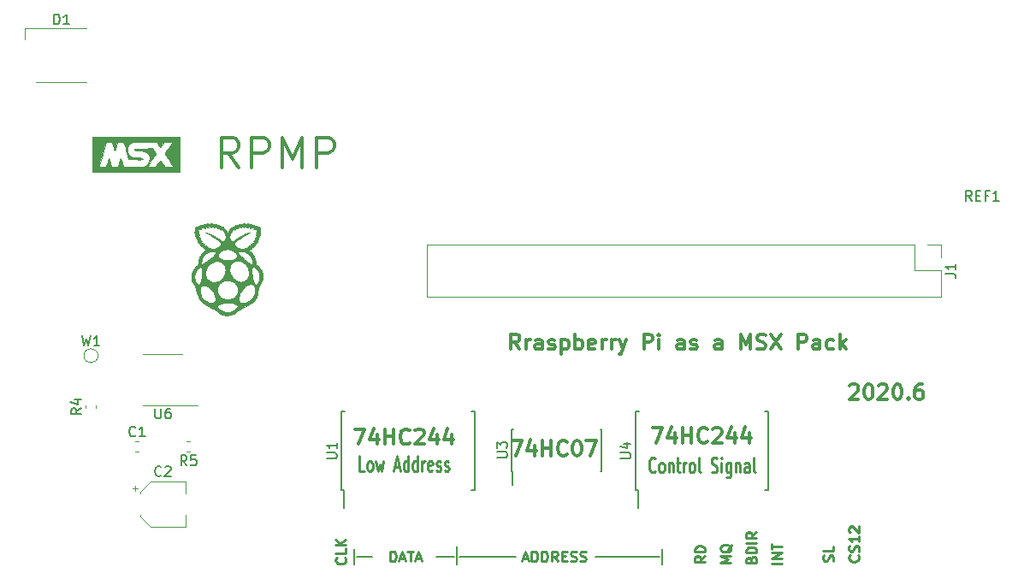
<source format=gbr>
G04 #@! TF.GenerationSoftware,KiCad,Pcbnew,5.1.5-52549c5~86~ubuntu18.04.1*
G04 #@! TF.CreationDate,2020-05-20T13:59:01+09:00*
G04 #@! TF.ProjectId,rpmpv1,72706d70-7631-42e6-9b69-6361645f7063,rev?*
G04 #@! TF.SameCoordinates,Original*
G04 #@! TF.FileFunction,Legend,Top*
G04 #@! TF.FilePolarity,Positive*
%FSLAX46Y46*%
G04 Gerber Fmt 4.6, Leading zero omitted, Abs format (unit mm)*
G04 Created by KiCad (PCBNEW 5.1.5-52549c5~86~ubuntu18.04.1) date 2020-05-20 13:59:01*
%MOMM*%
%LPD*%
G04 APERTURE LIST*
%ADD10C,0.150000*%
%ADD11C,0.300000*%
%ADD12C,0.250000*%
%ADD13C,0.120000*%
%ADD14C,0.010000*%
G04 APERTURE END LIST*
D10*
X165100000Y-104648000D02*
X162306000Y-104648000D01*
X140208000Y-104648000D02*
X138684000Y-104648000D01*
X146558000Y-104648000D02*
X148336000Y-104648000D01*
X148844000Y-104648000D02*
X154432000Y-104648000D01*
X165100000Y-104648000D02*
X168656000Y-104648000D01*
X168910000Y-103886000D02*
X168910000Y-105410000D01*
X148590000Y-103632000D02*
X148590000Y-105410000D01*
X138430000Y-103886000D02*
X138430000Y-105410000D01*
D11*
X127024285Y-66127142D02*
X126024285Y-64698571D01*
X125310000Y-66127142D02*
X125310000Y-63127142D01*
X126452857Y-63127142D01*
X126738571Y-63270000D01*
X126881428Y-63412857D01*
X127024285Y-63698571D01*
X127024285Y-64127142D01*
X126881428Y-64412857D01*
X126738571Y-64555714D01*
X126452857Y-64698571D01*
X125310000Y-64698571D01*
X128310000Y-66127142D02*
X128310000Y-63127142D01*
X129452857Y-63127142D01*
X129738571Y-63270000D01*
X129881428Y-63412857D01*
X130024285Y-63698571D01*
X130024285Y-64127142D01*
X129881428Y-64412857D01*
X129738571Y-64555714D01*
X129452857Y-64698571D01*
X128310000Y-64698571D01*
X131310000Y-66127142D02*
X131310000Y-63127142D01*
X132310000Y-65270000D01*
X133310000Y-63127142D01*
X133310000Y-66127142D01*
X134738571Y-66127142D02*
X134738571Y-63127142D01*
X135881428Y-63127142D01*
X136167142Y-63270000D01*
X136310000Y-63412857D01*
X136452857Y-63698571D01*
X136452857Y-64127142D01*
X136310000Y-64412857D01*
X136167142Y-64555714D01*
X135881428Y-64698571D01*
X134738571Y-64698571D01*
X187492142Y-87713428D02*
X187563571Y-87642000D01*
X187706428Y-87570571D01*
X188063571Y-87570571D01*
X188206428Y-87642000D01*
X188277857Y-87713428D01*
X188349285Y-87856285D01*
X188349285Y-87999142D01*
X188277857Y-88213428D01*
X187420714Y-89070571D01*
X188349285Y-89070571D01*
X189277857Y-87570571D02*
X189420714Y-87570571D01*
X189563571Y-87642000D01*
X189635000Y-87713428D01*
X189706428Y-87856285D01*
X189777857Y-88142000D01*
X189777857Y-88499142D01*
X189706428Y-88784857D01*
X189635000Y-88927714D01*
X189563571Y-88999142D01*
X189420714Y-89070571D01*
X189277857Y-89070571D01*
X189135000Y-88999142D01*
X189063571Y-88927714D01*
X188992142Y-88784857D01*
X188920714Y-88499142D01*
X188920714Y-88142000D01*
X188992142Y-87856285D01*
X189063571Y-87713428D01*
X189135000Y-87642000D01*
X189277857Y-87570571D01*
X190349285Y-87713428D02*
X190420714Y-87642000D01*
X190563571Y-87570571D01*
X190920714Y-87570571D01*
X191063571Y-87642000D01*
X191135000Y-87713428D01*
X191206428Y-87856285D01*
X191206428Y-87999142D01*
X191135000Y-88213428D01*
X190277857Y-89070571D01*
X191206428Y-89070571D01*
X192135000Y-87570571D02*
X192277857Y-87570571D01*
X192420714Y-87642000D01*
X192492142Y-87713428D01*
X192563571Y-87856285D01*
X192635000Y-88142000D01*
X192635000Y-88499142D01*
X192563571Y-88784857D01*
X192492142Y-88927714D01*
X192420714Y-88999142D01*
X192277857Y-89070571D01*
X192135000Y-89070571D01*
X191992142Y-88999142D01*
X191920714Y-88927714D01*
X191849285Y-88784857D01*
X191777857Y-88499142D01*
X191777857Y-88142000D01*
X191849285Y-87856285D01*
X191920714Y-87713428D01*
X191992142Y-87642000D01*
X192135000Y-87570571D01*
X193277857Y-88927714D02*
X193349285Y-88999142D01*
X193277857Y-89070571D01*
X193206428Y-88999142D01*
X193277857Y-88927714D01*
X193277857Y-89070571D01*
X194635000Y-87570571D02*
X194349285Y-87570571D01*
X194206428Y-87642000D01*
X194135000Y-87713428D01*
X193992142Y-87927714D01*
X193920714Y-88213428D01*
X193920714Y-88784857D01*
X193992142Y-88927714D01*
X194063571Y-88999142D01*
X194206428Y-89070571D01*
X194492142Y-89070571D01*
X194635000Y-88999142D01*
X194706428Y-88927714D01*
X194777857Y-88784857D01*
X194777857Y-88427714D01*
X194706428Y-88284857D01*
X194635000Y-88213428D01*
X194492142Y-88142000D01*
X194206428Y-88142000D01*
X194063571Y-88213428D01*
X193992142Y-88284857D01*
X193920714Y-88427714D01*
X154063428Y-93158571D02*
X155063428Y-93158571D01*
X154420571Y-94658571D01*
X156277714Y-93658571D02*
X156277714Y-94658571D01*
X155920571Y-93087142D02*
X155563428Y-94158571D01*
X156492000Y-94158571D01*
X157063428Y-94658571D02*
X157063428Y-93158571D01*
X157063428Y-93872857D02*
X157920571Y-93872857D01*
X157920571Y-94658571D02*
X157920571Y-93158571D01*
X159492000Y-94515714D02*
X159420571Y-94587142D01*
X159206285Y-94658571D01*
X159063428Y-94658571D01*
X158849142Y-94587142D01*
X158706285Y-94444285D01*
X158634857Y-94301428D01*
X158563428Y-94015714D01*
X158563428Y-93801428D01*
X158634857Y-93515714D01*
X158706285Y-93372857D01*
X158849142Y-93230000D01*
X159063428Y-93158571D01*
X159206285Y-93158571D01*
X159420571Y-93230000D01*
X159492000Y-93301428D01*
X160420571Y-93158571D02*
X160563428Y-93158571D01*
X160706285Y-93230000D01*
X160777714Y-93301428D01*
X160849142Y-93444285D01*
X160920571Y-93730000D01*
X160920571Y-94087142D01*
X160849142Y-94372857D01*
X160777714Y-94515714D01*
X160706285Y-94587142D01*
X160563428Y-94658571D01*
X160420571Y-94658571D01*
X160277714Y-94587142D01*
X160206285Y-94515714D01*
X160134857Y-94372857D01*
X160063428Y-94087142D01*
X160063428Y-93730000D01*
X160134857Y-93444285D01*
X160206285Y-93301428D01*
X160277714Y-93230000D01*
X160420571Y-93158571D01*
X161420571Y-93158571D02*
X162420571Y-93158571D01*
X161777714Y-94658571D01*
D12*
X168227952Y-96166714D02*
X168180333Y-96238142D01*
X168037476Y-96309571D01*
X167942238Y-96309571D01*
X167799380Y-96238142D01*
X167704142Y-96095285D01*
X167656523Y-95952428D01*
X167608904Y-95666714D01*
X167608904Y-95452428D01*
X167656523Y-95166714D01*
X167704142Y-95023857D01*
X167799380Y-94881000D01*
X167942238Y-94809571D01*
X168037476Y-94809571D01*
X168180333Y-94881000D01*
X168227952Y-94952428D01*
X168799380Y-96309571D02*
X168704142Y-96238142D01*
X168656523Y-96166714D01*
X168608904Y-96023857D01*
X168608904Y-95595285D01*
X168656523Y-95452428D01*
X168704142Y-95381000D01*
X168799380Y-95309571D01*
X168942238Y-95309571D01*
X169037476Y-95381000D01*
X169085095Y-95452428D01*
X169132714Y-95595285D01*
X169132714Y-96023857D01*
X169085095Y-96166714D01*
X169037476Y-96238142D01*
X168942238Y-96309571D01*
X168799380Y-96309571D01*
X169561285Y-95309571D02*
X169561285Y-96309571D01*
X169561285Y-95452428D02*
X169608904Y-95381000D01*
X169704142Y-95309571D01*
X169847000Y-95309571D01*
X169942238Y-95381000D01*
X169989857Y-95523857D01*
X169989857Y-96309571D01*
X170323190Y-95309571D02*
X170704142Y-95309571D01*
X170466047Y-94809571D02*
X170466047Y-96095285D01*
X170513666Y-96238142D01*
X170608904Y-96309571D01*
X170704142Y-96309571D01*
X171037476Y-96309571D02*
X171037476Y-95309571D01*
X171037476Y-95595285D02*
X171085095Y-95452428D01*
X171132714Y-95381000D01*
X171227952Y-95309571D01*
X171323190Y-95309571D01*
X171799380Y-96309571D02*
X171704142Y-96238142D01*
X171656523Y-96166714D01*
X171608904Y-96023857D01*
X171608904Y-95595285D01*
X171656523Y-95452428D01*
X171704142Y-95381000D01*
X171799380Y-95309571D01*
X171942238Y-95309571D01*
X172037476Y-95381000D01*
X172085095Y-95452428D01*
X172132714Y-95595285D01*
X172132714Y-96023857D01*
X172085095Y-96166714D01*
X172037476Y-96238142D01*
X171942238Y-96309571D01*
X171799380Y-96309571D01*
X172704142Y-96309571D02*
X172608904Y-96238142D01*
X172561285Y-96095285D01*
X172561285Y-94809571D01*
X173799380Y-96238142D02*
X173942238Y-96309571D01*
X174180333Y-96309571D01*
X174275571Y-96238142D01*
X174323190Y-96166714D01*
X174370809Y-96023857D01*
X174370809Y-95881000D01*
X174323190Y-95738142D01*
X174275571Y-95666714D01*
X174180333Y-95595285D01*
X173989857Y-95523857D01*
X173894619Y-95452428D01*
X173847000Y-95381000D01*
X173799380Y-95238142D01*
X173799380Y-95095285D01*
X173847000Y-94952428D01*
X173894619Y-94881000D01*
X173989857Y-94809571D01*
X174227952Y-94809571D01*
X174370809Y-94881000D01*
X174799380Y-96309571D02*
X174799380Y-95309571D01*
X174799380Y-94809571D02*
X174751761Y-94881000D01*
X174799380Y-94952428D01*
X174847000Y-94881000D01*
X174799380Y-94809571D01*
X174799380Y-94952428D01*
X175704142Y-95309571D02*
X175704142Y-96523857D01*
X175656523Y-96666714D01*
X175608904Y-96738142D01*
X175513666Y-96809571D01*
X175370809Y-96809571D01*
X175275571Y-96738142D01*
X175704142Y-96238142D02*
X175608904Y-96309571D01*
X175418428Y-96309571D01*
X175323190Y-96238142D01*
X175275571Y-96166714D01*
X175227952Y-96023857D01*
X175227952Y-95595285D01*
X175275571Y-95452428D01*
X175323190Y-95381000D01*
X175418428Y-95309571D01*
X175608904Y-95309571D01*
X175704142Y-95381000D01*
X176180333Y-95309571D02*
X176180333Y-96309571D01*
X176180333Y-95452428D02*
X176227952Y-95381000D01*
X176323190Y-95309571D01*
X176466047Y-95309571D01*
X176561285Y-95381000D01*
X176608904Y-95523857D01*
X176608904Y-96309571D01*
X177513666Y-96309571D02*
X177513666Y-95523857D01*
X177466047Y-95381000D01*
X177370809Y-95309571D01*
X177180333Y-95309571D01*
X177085095Y-95381000D01*
X177513666Y-96238142D02*
X177418428Y-96309571D01*
X177180333Y-96309571D01*
X177085095Y-96238142D01*
X177037476Y-96095285D01*
X177037476Y-95952428D01*
X177085095Y-95809571D01*
X177180333Y-95738142D01*
X177418428Y-95738142D01*
X177513666Y-95666714D01*
X178132714Y-96309571D02*
X178037476Y-96238142D01*
X177989857Y-96095285D01*
X177989857Y-94809571D01*
X139454428Y-96182571D02*
X138978238Y-96182571D01*
X138978238Y-94682571D01*
X139930619Y-96182571D02*
X139835380Y-96111142D01*
X139787761Y-96039714D01*
X139740142Y-95896857D01*
X139740142Y-95468285D01*
X139787761Y-95325428D01*
X139835380Y-95254000D01*
X139930619Y-95182571D01*
X140073476Y-95182571D01*
X140168714Y-95254000D01*
X140216333Y-95325428D01*
X140263952Y-95468285D01*
X140263952Y-95896857D01*
X140216333Y-96039714D01*
X140168714Y-96111142D01*
X140073476Y-96182571D01*
X139930619Y-96182571D01*
X140597285Y-95182571D02*
X140787761Y-96182571D01*
X140978238Y-95468285D01*
X141168714Y-96182571D01*
X141359190Y-95182571D01*
X142454428Y-95754000D02*
X142930619Y-95754000D01*
X142359190Y-96182571D02*
X142692523Y-94682571D01*
X143025857Y-96182571D01*
X143787761Y-96182571D02*
X143787761Y-94682571D01*
X143787761Y-96111142D02*
X143692523Y-96182571D01*
X143502047Y-96182571D01*
X143406809Y-96111142D01*
X143359190Y-96039714D01*
X143311571Y-95896857D01*
X143311571Y-95468285D01*
X143359190Y-95325428D01*
X143406809Y-95254000D01*
X143502047Y-95182571D01*
X143692523Y-95182571D01*
X143787761Y-95254000D01*
X144692523Y-96182571D02*
X144692523Y-94682571D01*
X144692523Y-96111142D02*
X144597285Y-96182571D01*
X144406809Y-96182571D01*
X144311571Y-96111142D01*
X144263952Y-96039714D01*
X144216333Y-95896857D01*
X144216333Y-95468285D01*
X144263952Y-95325428D01*
X144311571Y-95254000D01*
X144406809Y-95182571D01*
X144597285Y-95182571D01*
X144692523Y-95254000D01*
X145168714Y-96182571D02*
X145168714Y-95182571D01*
X145168714Y-95468285D02*
X145216333Y-95325428D01*
X145263952Y-95254000D01*
X145359190Y-95182571D01*
X145454428Y-95182571D01*
X146168714Y-96111142D02*
X146073476Y-96182571D01*
X145883000Y-96182571D01*
X145787761Y-96111142D01*
X145740142Y-95968285D01*
X145740142Y-95396857D01*
X145787761Y-95254000D01*
X145883000Y-95182571D01*
X146073476Y-95182571D01*
X146168714Y-95254000D01*
X146216333Y-95396857D01*
X146216333Y-95539714D01*
X145740142Y-95682571D01*
X146597285Y-96111142D02*
X146692523Y-96182571D01*
X146883000Y-96182571D01*
X146978238Y-96111142D01*
X147025857Y-95968285D01*
X147025857Y-95896857D01*
X146978238Y-95754000D01*
X146883000Y-95682571D01*
X146740142Y-95682571D01*
X146644904Y-95611142D01*
X146597285Y-95468285D01*
X146597285Y-95396857D01*
X146644904Y-95254000D01*
X146740142Y-95182571D01*
X146883000Y-95182571D01*
X146978238Y-95254000D01*
X147406809Y-96111142D02*
X147502047Y-96182571D01*
X147692523Y-96182571D01*
X147787761Y-96111142D01*
X147835380Y-95968285D01*
X147835380Y-95896857D01*
X147787761Y-95754000D01*
X147692523Y-95682571D01*
X147549666Y-95682571D01*
X147454428Y-95611142D01*
X147406809Y-95468285D01*
X147406809Y-95396857D01*
X147454428Y-95254000D01*
X147549666Y-95182571D01*
X147692523Y-95182571D01*
X147787761Y-95254000D01*
D11*
X167954142Y-91888571D02*
X168954142Y-91888571D01*
X168311285Y-93388571D01*
X170168428Y-92388571D02*
X170168428Y-93388571D01*
X169811285Y-91817142D02*
X169454142Y-92888571D01*
X170382714Y-92888571D01*
X170954142Y-93388571D02*
X170954142Y-91888571D01*
X170954142Y-92602857D02*
X171811285Y-92602857D01*
X171811285Y-93388571D02*
X171811285Y-91888571D01*
X173382714Y-93245714D02*
X173311285Y-93317142D01*
X173097000Y-93388571D01*
X172954142Y-93388571D01*
X172739857Y-93317142D01*
X172597000Y-93174285D01*
X172525571Y-93031428D01*
X172454142Y-92745714D01*
X172454142Y-92531428D01*
X172525571Y-92245714D01*
X172597000Y-92102857D01*
X172739857Y-91960000D01*
X172954142Y-91888571D01*
X173097000Y-91888571D01*
X173311285Y-91960000D01*
X173382714Y-92031428D01*
X173954142Y-92031428D02*
X174025571Y-91960000D01*
X174168428Y-91888571D01*
X174525571Y-91888571D01*
X174668428Y-91960000D01*
X174739857Y-92031428D01*
X174811285Y-92174285D01*
X174811285Y-92317142D01*
X174739857Y-92531428D01*
X173882714Y-93388571D01*
X174811285Y-93388571D01*
X176097000Y-92388571D02*
X176097000Y-93388571D01*
X175739857Y-91817142D02*
X175382714Y-92888571D01*
X176311285Y-92888571D01*
X177525571Y-92388571D02*
X177525571Y-93388571D01*
X177168428Y-91817142D02*
X176811285Y-92888571D01*
X177739857Y-92888571D01*
X138490142Y-92015571D02*
X139490142Y-92015571D01*
X138847285Y-93515571D01*
X140704428Y-92515571D02*
X140704428Y-93515571D01*
X140347285Y-91944142D02*
X139990142Y-93015571D01*
X140918714Y-93015571D01*
X141490142Y-93515571D02*
X141490142Y-92015571D01*
X141490142Y-92729857D02*
X142347285Y-92729857D01*
X142347285Y-93515571D02*
X142347285Y-92015571D01*
X143918714Y-93372714D02*
X143847285Y-93444142D01*
X143633000Y-93515571D01*
X143490142Y-93515571D01*
X143275857Y-93444142D01*
X143133000Y-93301285D01*
X143061571Y-93158428D01*
X142990142Y-92872714D01*
X142990142Y-92658428D01*
X143061571Y-92372714D01*
X143133000Y-92229857D01*
X143275857Y-92087000D01*
X143490142Y-92015571D01*
X143633000Y-92015571D01*
X143847285Y-92087000D01*
X143918714Y-92158428D01*
X144490142Y-92158428D02*
X144561571Y-92087000D01*
X144704428Y-92015571D01*
X145061571Y-92015571D01*
X145204428Y-92087000D01*
X145275857Y-92158428D01*
X145347285Y-92301285D01*
X145347285Y-92444142D01*
X145275857Y-92658428D01*
X144418714Y-93515571D01*
X145347285Y-93515571D01*
X146633000Y-92515571D02*
X146633000Y-93515571D01*
X146275857Y-91944142D02*
X145918714Y-93015571D01*
X146847285Y-93015571D01*
X148061571Y-92515571D02*
X148061571Y-93515571D01*
X147704428Y-91944142D02*
X147347285Y-93015571D01*
X148275857Y-93015571D01*
D12*
X137517142Y-104735238D02*
X137564761Y-104782857D01*
X137612380Y-104925714D01*
X137612380Y-105020952D01*
X137564761Y-105163809D01*
X137469523Y-105259047D01*
X137374285Y-105306666D01*
X137183809Y-105354285D01*
X137040952Y-105354285D01*
X136850476Y-105306666D01*
X136755238Y-105259047D01*
X136660000Y-105163809D01*
X136612380Y-105020952D01*
X136612380Y-104925714D01*
X136660000Y-104782857D01*
X136707619Y-104735238D01*
X137612380Y-103830476D02*
X137612380Y-104306666D01*
X136612380Y-104306666D01*
X137612380Y-103497142D02*
X136612380Y-103497142D01*
X137612380Y-102925714D02*
X137040952Y-103354285D01*
X136612380Y-102925714D02*
X137183809Y-103497142D01*
X188317142Y-104497047D02*
X188364761Y-104544666D01*
X188412380Y-104687523D01*
X188412380Y-104782761D01*
X188364761Y-104925619D01*
X188269523Y-105020857D01*
X188174285Y-105068476D01*
X187983809Y-105116095D01*
X187840952Y-105116095D01*
X187650476Y-105068476D01*
X187555238Y-105020857D01*
X187460000Y-104925619D01*
X187412380Y-104782761D01*
X187412380Y-104687523D01*
X187460000Y-104544666D01*
X187507619Y-104497047D01*
X188364761Y-104116095D02*
X188412380Y-103973238D01*
X188412380Y-103735142D01*
X188364761Y-103639904D01*
X188317142Y-103592285D01*
X188221904Y-103544666D01*
X188126666Y-103544666D01*
X188031428Y-103592285D01*
X187983809Y-103639904D01*
X187936190Y-103735142D01*
X187888571Y-103925619D01*
X187840952Y-104020857D01*
X187793333Y-104068476D01*
X187698095Y-104116095D01*
X187602857Y-104116095D01*
X187507619Y-104068476D01*
X187460000Y-104020857D01*
X187412380Y-103925619D01*
X187412380Y-103687523D01*
X187460000Y-103544666D01*
X188412380Y-102592285D02*
X188412380Y-103163714D01*
X188412380Y-102878000D02*
X187412380Y-102878000D01*
X187555238Y-102973238D01*
X187650476Y-103068476D01*
X187698095Y-103163714D01*
X187507619Y-102211333D02*
X187460000Y-102163714D01*
X187412380Y-102068476D01*
X187412380Y-101830380D01*
X187460000Y-101735142D01*
X187507619Y-101687523D01*
X187602857Y-101639904D01*
X187698095Y-101639904D01*
X187840952Y-101687523D01*
X188412380Y-102258952D01*
X188412380Y-101639904D01*
X142010000Y-105100380D02*
X142010000Y-104100380D01*
X142248095Y-104100380D01*
X142390952Y-104148000D01*
X142486190Y-104243238D01*
X142533809Y-104338476D01*
X142581428Y-104528952D01*
X142581428Y-104671809D01*
X142533809Y-104862285D01*
X142486190Y-104957523D01*
X142390952Y-105052761D01*
X142248095Y-105100380D01*
X142010000Y-105100380D01*
X142962380Y-104814666D02*
X143438571Y-104814666D01*
X142867142Y-105100380D02*
X143200476Y-104100380D01*
X143533809Y-105100380D01*
X143724285Y-104100380D02*
X144295714Y-104100380D01*
X144010000Y-105100380D02*
X144010000Y-104100380D01*
X144581428Y-104814666D02*
X145057619Y-104814666D01*
X144486190Y-105100380D02*
X144819523Y-104100380D01*
X145152857Y-105100380D01*
X155099142Y-104814666D02*
X155575333Y-104814666D01*
X155003904Y-105100380D02*
X155337238Y-104100380D01*
X155670571Y-105100380D01*
X156003904Y-105100380D02*
X156003904Y-104100380D01*
X156242000Y-104100380D01*
X156384857Y-104148000D01*
X156480095Y-104243238D01*
X156527714Y-104338476D01*
X156575333Y-104528952D01*
X156575333Y-104671809D01*
X156527714Y-104862285D01*
X156480095Y-104957523D01*
X156384857Y-105052761D01*
X156242000Y-105100380D01*
X156003904Y-105100380D01*
X157003904Y-105100380D02*
X157003904Y-104100380D01*
X157242000Y-104100380D01*
X157384857Y-104148000D01*
X157480095Y-104243238D01*
X157527714Y-104338476D01*
X157575333Y-104528952D01*
X157575333Y-104671809D01*
X157527714Y-104862285D01*
X157480095Y-104957523D01*
X157384857Y-105052761D01*
X157242000Y-105100380D01*
X157003904Y-105100380D01*
X158575333Y-105100380D02*
X158242000Y-104624190D01*
X158003904Y-105100380D02*
X158003904Y-104100380D01*
X158384857Y-104100380D01*
X158480095Y-104148000D01*
X158527714Y-104195619D01*
X158575333Y-104290857D01*
X158575333Y-104433714D01*
X158527714Y-104528952D01*
X158480095Y-104576571D01*
X158384857Y-104624190D01*
X158003904Y-104624190D01*
X159003904Y-104576571D02*
X159337238Y-104576571D01*
X159480095Y-105100380D02*
X159003904Y-105100380D01*
X159003904Y-104100380D01*
X159480095Y-104100380D01*
X159861047Y-105052761D02*
X160003904Y-105100380D01*
X160242000Y-105100380D01*
X160337238Y-105052761D01*
X160384857Y-105005142D01*
X160432476Y-104909904D01*
X160432476Y-104814666D01*
X160384857Y-104719428D01*
X160337238Y-104671809D01*
X160242000Y-104624190D01*
X160051523Y-104576571D01*
X159956285Y-104528952D01*
X159908666Y-104481333D01*
X159861047Y-104386095D01*
X159861047Y-104290857D01*
X159908666Y-104195619D01*
X159956285Y-104148000D01*
X160051523Y-104100380D01*
X160289619Y-104100380D01*
X160432476Y-104148000D01*
X160813428Y-105052761D02*
X160956285Y-105100380D01*
X161194380Y-105100380D01*
X161289619Y-105052761D01*
X161337238Y-105005142D01*
X161384857Y-104909904D01*
X161384857Y-104814666D01*
X161337238Y-104719428D01*
X161289619Y-104671809D01*
X161194380Y-104624190D01*
X161003904Y-104576571D01*
X160908666Y-104528952D01*
X160861047Y-104481333D01*
X160813428Y-104386095D01*
X160813428Y-104290857D01*
X160861047Y-104195619D01*
X160908666Y-104148000D01*
X161003904Y-104100380D01*
X161242000Y-104100380D01*
X161384857Y-104148000D01*
X180792380Y-105298761D02*
X179792380Y-105298761D01*
X180792380Y-104822571D02*
X179792380Y-104822571D01*
X180792380Y-104251142D01*
X179792380Y-104251142D01*
X179792380Y-103917809D02*
X179792380Y-103346380D01*
X180792380Y-103632095D02*
X179792380Y-103632095D01*
X175712380Y-105251142D02*
X174712380Y-105251142D01*
X175426666Y-104917809D01*
X174712380Y-104584476D01*
X175712380Y-104584476D01*
X175807619Y-103441619D02*
X175760000Y-103536857D01*
X175664761Y-103632095D01*
X175521904Y-103774952D01*
X175474285Y-103870190D01*
X175474285Y-103965428D01*
X175712380Y-103917809D02*
X175664761Y-104013047D01*
X175569523Y-104108285D01*
X175379047Y-104155904D01*
X175045714Y-104155904D01*
X174855238Y-104108285D01*
X174760000Y-104013047D01*
X174712380Y-103917809D01*
X174712380Y-103727333D01*
X174760000Y-103632095D01*
X174855238Y-103536857D01*
X175045714Y-103489238D01*
X175379047Y-103489238D01*
X175569523Y-103536857D01*
X175664761Y-103632095D01*
X175712380Y-103727333D01*
X175712380Y-103917809D01*
X173172380Y-104584476D02*
X172696190Y-104917809D01*
X173172380Y-105155904D02*
X172172380Y-105155904D01*
X172172380Y-104774952D01*
X172220000Y-104679714D01*
X172267619Y-104632095D01*
X172362857Y-104584476D01*
X172505714Y-104584476D01*
X172600952Y-104632095D01*
X172648571Y-104679714D01*
X172696190Y-104774952D01*
X172696190Y-105155904D01*
X173172380Y-104155904D02*
X172172380Y-104155904D01*
X172172380Y-103917809D01*
X172220000Y-103774952D01*
X172315238Y-103679714D01*
X172410476Y-103632095D01*
X172600952Y-103584476D01*
X172743809Y-103584476D01*
X172934285Y-103632095D01*
X173029523Y-103679714D01*
X173124761Y-103774952D01*
X173172380Y-103917809D01*
X173172380Y-104155904D01*
X185824761Y-105084476D02*
X185872380Y-104941619D01*
X185872380Y-104703523D01*
X185824761Y-104608285D01*
X185777142Y-104560666D01*
X185681904Y-104513047D01*
X185586666Y-104513047D01*
X185491428Y-104560666D01*
X185443809Y-104608285D01*
X185396190Y-104703523D01*
X185348571Y-104894000D01*
X185300952Y-104989238D01*
X185253333Y-105036857D01*
X185158095Y-105084476D01*
X185062857Y-105084476D01*
X184967619Y-105036857D01*
X184920000Y-104989238D01*
X184872380Y-104894000D01*
X184872380Y-104655904D01*
X184920000Y-104513047D01*
X185872380Y-103608285D02*
X185872380Y-104084476D01*
X184872380Y-104084476D01*
X177728571Y-104925666D02*
X177776190Y-104782809D01*
X177823809Y-104735190D01*
X177919047Y-104687571D01*
X178061904Y-104687571D01*
X178157142Y-104735190D01*
X178204761Y-104782809D01*
X178252380Y-104878047D01*
X178252380Y-105259000D01*
X177252380Y-105259000D01*
X177252380Y-104925666D01*
X177300000Y-104830428D01*
X177347619Y-104782809D01*
X177442857Y-104735190D01*
X177538095Y-104735190D01*
X177633333Y-104782809D01*
X177680952Y-104830428D01*
X177728571Y-104925666D01*
X177728571Y-105259000D01*
X178252380Y-104259000D02*
X177252380Y-104259000D01*
X177252380Y-104020904D01*
X177300000Y-103878047D01*
X177395238Y-103782809D01*
X177490476Y-103735190D01*
X177680952Y-103687571D01*
X177823809Y-103687571D01*
X178014285Y-103735190D01*
X178109523Y-103782809D01*
X178204761Y-103878047D01*
X178252380Y-104020904D01*
X178252380Y-104259000D01*
X178252380Y-103259000D02*
X177252380Y-103259000D01*
X178252380Y-102211380D02*
X177776190Y-102544714D01*
X178252380Y-102782809D02*
X177252380Y-102782809D01*
X177252380Y-102401857D01*
X177300000Y-102306619D01*
X177347619Y-102259000D01*
X177442857Y-102211380D01*
X177585714Y-102211380D01*
X177680952Y-102259000D01*
X177728571Y-102306619D01*
X177776190Y-102401857D01*
X177776190Y-102782809D01*
D11*
X154818928Y-84117571D02*
X154318928Y-83403285D01*
X153961785Y-84117571D02*
X153961785Y-82617571D01*
X154533214Y-82617571D01*
X154676071Y-82689000D01*
X154747500Y-82760428D01*
X154818928Y-82903285D01*
X154818928Y-83117571D01*
X154747500Y-83260428D01*
X154676071Y-83331857D01*
X154533214Y-83403285D01*
X153961785Y-83403285D01*
X155461785Y-84117571D02*
X155461785Y-83117571D01*
X155461785Y-83403285D02*
X155533214Y-83260428D01*
X155604642Y-83189000D01*
X155747500Y-83117571D01*
X155890357Y-83117571D01*
X157033214Y-84117571D02*
X157033214Y-83331857D01*
X156961785Y-83189000D01*
X156818928Y-83117571D01*
X156533214Y-83117571D01*
X156390357Y-83189000D01*
X157033214Y-84046142D02*
X156890357Y-84117571D01*
X156533214Y-84117571D01*
X156390357Y-84046142D01*
X156318928Y-83903285D01*
X156318928Y-83760428D01*
X156390357Y-83617571D01*
X156533214Y-83546142D01*
X156890357Y-83546142D01*
X157033214Y-83474714D01*
X157676071Y-84046142D02*
X157818928Y-84117571D01*
X158104642Y-84117571D01*
X158247500Y-84046142D01*
X158318928Y-83903285D01*
X158318928Y-83831857D01*
X158247500Y-83689000D01*
X158104642Y-83617571D01*
X157890357Y-83617571D01*
X157747500Y-83546142D01*
X157676071Y-83403285D01*
X157676071Y-83331857D01*
X157747500Y-83189000D01*
X157890357Y-83117571D01*
X158104642Y-83117571D01*
X158247500Y-83189000D01*
X158961785Y-83117571D02*
X158961785Y-84617571D01*
X158961785Y-83189000D02*
X159104642Y-83117571D01*
X159390357Y-83117571D01*
X159533214Y-83189000D01*
X159604642Y-83260428D01*
X159676071Y-83403285D01*
X159676071Y-83831857D01*
X159604642Y-83974714D01*
X159533214Y-84046142D01*
X159390357Y-84117571D01*
X159104642Y-84117571D01*
X158961785Y-84046142D01*
X160318928Y-84117571D02*
X160318928Y-82617571D01*
X160318928Y-83189000D02*
X160461785Y-83117571D01*
X160747500Y-83117571D01*
X160890357Y-83189000D01*
X160961785Y-83260428D01*
X161033214Y-83403285D01*
X161033214Y-83831857D01*
X160961785Y-83974714D01*
X160890357Y-84046142D01*
X160747500Y-84117571D01*
X160461785Y-84117571D01*
X160318928Y-84046142D01*
X162247500Y-84046142D02*
X162104642Y-84117571D01*
X161818928Y-84117571D01*
X161676071Y-84046142D01*
X161604642Y-83903285D01*
X161604642Y-83331857D01*
X161676071Y-83189000D01*
X161818928Y-83117571D01*
X162104642Y-83117571D01*
X162247500Y-83189000D01*
X162318928Y-83331857D01*
X162318928Y-83474714D01*
X161604642Y-83617571D01*
X162961785Y-84117571D02*
X162961785Y-83117571D01*
X162961785Y-83403285D02*
X163033214Y-83260428D01*
X163104642Y-83189000D01*
X163247500Y-83117571D01*
X163390357Y-83117571D01*
X163890357Y-84117571D02*
X163890357Y-83117571D01*
X163890357Y-83403285D02*
X163961785Y-83260428D01*
X164033214Y-83189000D01*
X164176071Y-83117571D01*
X164318928Y-83117571D01*
X164676071Y-83117571D02*
X165033214Y-84117571D01*
X165390357Y-83117571D02*
X165033214Y-84117571D01*
X164890357Y-84474714D01*
X164818928Y-84546142D01*
X164676071Y-84617571D01*
X167104642Y-84117571D02*
X167104642Y-82617571D01*
X167676071Y-82617571D01*
X167818928Y-82689000D01*
X167890357Y-82760428D01*
X167961785Y-82903285D01*
X167961785Y-83117571D01*
X167890357Y-83260428D01*
X167818928Y-83331857D01*
X167676071Y-83403285D01*
X167104642Y-83403285D01*
X168604642Y-84117571D02*
X168604642Y-83117571D01*
X168604642Y-82617571D02*
X168533214Y-82689000D01*
X168604642Y-82760428D01*
X168676071Y-82689000D01*
X168604642Y-82617571D01*
X168604642Y-82760428D01*
X171104642Y-84117571D02*
X171104642Y-83331857D01*
X171033214Y-83189000D01*
X170890357Y-83117571D01*
X170604642Y-83117571D01*
X170461785Y-83189000D01*
X171104642Y-84046142D02*
X170961785Y-84117571D01*
X170604642Y-84117571D01*
X170461785Y-84046142D01*
X170390357Y-83903285D01*
X170390357Y-83760428D01*
X170461785Y-83617571D01*
X170604642Y-83546142D01*
X170961785Y-83546142D01*
X171104642Y-83474714D01*
X171747500Y-84046142D02*
X171890357Y-84117571D01*
X172176071Y-84117571D01*
X172318928Y-84046142D01*
X172390357Y-83903285D01*
X172390357Y-83831857D01*
X172318928Y-83689000D01*
X172176071Y-83617571D01*
X171961785Y-83617571D01*
X171818928Y-83546142D01*
X171747500Y-83403285D01*
X171747500Y-83331857D01*
X171818928Y-83189000D01*
X171961785Y-83117571D01*
X172176071Y-83117571D01*
X172318928Y-83189000D01*
X174818928Y-84117571D02*
X174818928Y-83331857D01*
X174747500Y-83189000D01*
X174604642Y-83117571D01*
X174318928Y-83117571D01*
X174176071Y-83189000D01*
X174818928Y-84046142D02*
X174676071Y-84117571D01*
X174318928Y-84117571D01*
X174176071Y-84046142D01*
X174104642Y-83903285D01*
X174104642Y-83760428D01*
X174176071Y-83617571D01*
X174318928Y-83546142D01*
X174676071Y-83546142D01*
X174818928Y-83474714D01*
X176676071Y-84117571D02*
X176676071Y-82617571D01*
X177176071Y-83689000D01*
X177676071Y-82617571D01*
X177676071Y-84117571D01*
X178318928Y-84046142D02*
X178533214Y-84117571D01*
X178890357Y-84117571D01*
X179033214Y-84046142D01*
X179104642Y-83974714D01*
X179176071Y-83831857D01*
X179176071Y-83689000D01*
X179104642Y-83546142D01*
X179033214Y-83474714D01*
X178890357Y-83403285D01*
X178604642Y-83331857D01*
X178461785Y-83260428D01*
X178390357Y-83189000D01*
X178318928Y-83046142D01*
X178318928Y-82903285D01*
X178390357Y-82760428D01*
X178461785Y-82689000D01*
X178604642Y-82617571D01*
X178961785Y-82617571D01*
X179176071Y-82689000D01*
X179676071Y-82617571D02*
X180676071Y-84117571D01*
X180676071Y-82617571D02*
X179676071Y-84117571D01*
X182390357Y-84117571D02*
X182390357Y-82617571D01*
X182961785Y-82617571D01*
X183104642Y-82689000D01*
X183176071Y-82760428D01*
X183247500Y-82903285D01*
X183247500Y-83117571D01*
X183176071Y-83260428D01*
X183104642Y-83331857D01*
X182961785Y-83403285D01*
X182390357Y-83403285D01*
X184533214Y-84117571D02*
X184533214Y-83331857D01*
X184461785Y-83189000D01*
X184318928Y-83117571D01*
X184033214Y-83117571D01*
X183890357Y-83189000D01*
X184533214Y-84046142D02*
X184390357Y-84117571D01*
X184033214Y-84117571D01*
X183890357Y-84046142D01*
X183818928Y-83903285D01*
X183818928Y-83760428D01*
X183890357Y-83617571D01*
X184033214Y-83546142D01*
X184390357Y-83546142D01*
X184533214Y-83474714D01*
X185890357Y-84046142D02*
X185747500Y-84117571D01*
X185461785Y-84117571D01*
X185318928Y-84046142D01*
X185247500Y-83974714D01*
X185176071Y-83831857D01*
X185176071Y-83403285D01*
X185247500Y-83260428D01*
X185318928Y-83189000D01*
X185461785Y-83117571D01*
X185747500Y-83117571D01*
X185890357Y-83189000D01*
X186533214Y-84117571D02*
X186533214Y-82617571D01*
X186676071Y-83546142D02*
X187104642Y-84117571D01*
X187104642Y-83117571D02*
X186533214Y-83689000D01*
D13*
X105861000Y-52291000D02*
X111961000Y-52291000D01*
X105861000Y-53391000D02*
X105861000Y-52291000D01*
X111961000Y-57691000D02*
X106961000Y-57691000D01*
D10*
X137189000Y-98046500D02*
X137439000Y-98046500D01*
X137189000Y-90296500D02*
X137524000Y-90296500D01*
X150339000Y-90296500D02*
X150004000Y-90296500D01*
X150339000Y-98046500D02*
X150004000Y-98046500D01*
X137189000Y-98046500D02*
X137189000Y-90296500D01*
X150339000Y-98046500D02*
X150339000Y-90296500D01*
X137439000Y-98046500D02*
X137439000Y-99846500D01*
X154046000Y-96151500D02*
X154071000Y-96151500D01*
X154046000Y-92001500D02*
X154161000Y-92001500D01*
X162946000Y-92001500D02*
X162831000Y-92001500D01*
X162946000Y-96151500D02*
X162831000Y-96151500D01*
X154046000Y-96151500D02*
X154046000Y-92001500D01*
X162946000Y-96151500D02*
X162946000Y-92001500D01*
X154071000Y-96151500D02*
X154071000Y-97526500D01*
X166272000Y-98046500D02*
X166522000Y-98046500D01*
X166272000Y-90296500D02*
X166607000Y-90296500D01*
X179422000Y-90296500D02*
X179087000Y-90296500D01*
X179422000Y-98046500D02*
X179087000Y-98046500D01*
X166272000Y-98046500D02*
X166272000Y-90296500D01*
X179422000Y-98046500D02*
X179422000Y-90296500D01*
X166522000Y-98046500D02*
X166522000Y-99846500D01*
D14*
G36*
X121158000Y-66548000D02*
G01*
X112572800Y-66548000D01*
X112572800Y-65987776D01*
X113182400Y-65987776D01*
X113229810Y-66015552D01*
X113358901Y-66033921D01*
X113534395Y-66040000D01*
X113886390Y-66040000D01*
X113962971Y-65773300D01*
X114013686Y-65592795D01*
X114057562Y-65430091D01*
X114073804Y-65366420D01*
X114117053Y-65239758D01*
X114161195Y-65213613D01*
X114207415Y-65288343D01*
X114246028Y-65418330D01*
X114294233Y-65610986D01*
X114342597Y-65800173D01*
X114355458Y-65849500D01*
X114405516Y-66040000D01*
X115054790Y-66040000D01*
X115131371Y-65773300D01*
X115182086Y-65592795D01*
X115225962Y-65430091D01*
X115242204Y-65366420D01*
X115278796Y-65251835D01*
X115316332Y-65218954D01*
X115359213Y-65272566D01*
X115411842Y-65417458D01*
X115465879Y-65609710D01*
X115579550Y-66040000D01*
X116608662Y-66040000D01*
X116958438Y-66039480D01*
X117221903Y-66036949D01*
X117414347Y-66030947D01*
X117551058Y-66020014D01*
X117647324Y-66002689D01*
X117718434Y-65977513D01*
X117779677Y-65943027D01*
X117805716Y-65925700D01*
X118023211Y-65735139D01*
X118151355Y-65513244D01*
X118197820Y-65294484D01*
X118175649Y-65035400D01*
X118057301Y-64805653D01*
X117841718Y-64603300D01*
X117809178Y-64580708D01*
X117708655Y-64522985D01*
X117598301Y-64488080D01*
X117449234Y-64470634D01*
X117232572Y-64465290D01*
X117186493Y-64465200D01*
X116960092Y-64461628D01*
X116816576Y-64448903D01*
X116737417Y-64424007D01*
X116705129Y-64386809D01*
X116690291Y-64306923D01*
X116697277Y-64286189D01*
X116752892Y-64276990D01*
X116892964Y-64265491D01*
X117100408Y-64252770D01*
X117358137Y-64239902D01*
X117579853Y-64230582D01*
X118440200Y-64197204D01*
X118613766Y-64440196D01*
X118707595Y-64580915D01*
X118770620Y-64693356D01*
X118787333Y-64741757D01*
X118759525Y-64802505D01*
X118683148Y-64929280D01*
X118568771Y-65105494D01*
X118426961Y-65314560D01*
X118372466Y-65392906D01*
X118224062Y-65606694D01*
X118099139Y-65790110D01*
X118008143Y-65927551D01*
X117961515Y-66003412D01*
X117957600Y-66012743D01*
X118004365Y-66025464D01*
X118128544Y-66035015D01*
X118305962Y-66039757D01*
X118359540Y-66040000D01*
X118761481Y-66040000D01*
X119002825Y-65701787D01*
X119113648Y-65545169D01*
X119191696Y-65451425D01*
X119255531Y-65423905D01*
X119323713Y-65465958D01*
X119414803Y-65580935D01*
X119547361Y-65772184D01*
X119569453Y-65804039D01*
X119733506Y-66040000D01*
X120140953Y-66040000D01*
X120329959Y-66036869D01*
X120472380Y-66028549D01*
X120544204Y-66016646D01*
X120548400Y-66012743D01*
X120520805Y-65963577D01*
X120444982Y-65847068D01*
X120331376Y-65678818D01*
X120190430Y-65474433D01*
X120133533Y-65392906D01*
X119984625Y-65176463D01*
X119859409Y-64987312D01*
X119768442Y-64841957D01*
X119722283Y-64756905D01*
X119718666Y-64744361D01*
X119746203Y-64684015D01*
X119821666Y-64557734D01*
X119934336Y-64382546D01*
X120073493Y-64175481D01*
X120111948Y-64119598D01*
X120505229Y-63550800D01*
X120082314Y-63550898D01*
X119659400Y-63550996D01*
X119484088Y-63808210D01*
X119385309Y-63948103D01*
X119306353Y-64050869D01*
X119269968Y-64089411D01*
X119224775Y-64062769D01*
X119143459Y-63969896D01*
X119043550Y-63830836D01*
X119042694Y-63829549D01*
X118854230Y-63545702D01*
X117672903Y-63560951D01*
X117274891Y-63566686D01*
X116964579Y-63574523D01*
X116728074Y-63587700D01*
X116551482Y-63609455D01*
X116420911Y-63643024D01*
X116322467Y-63691646D01*
X116242255Y-63758558D01*
X116166384Y-63846998D01*
X116106538Y-63925964D01*
X116025958Y-64105375D01*
X115997735Y-64329155D01*
X116021871Y-64554601D01*
X116098365Y-64739012D01*
X116106538Y-64750435D01*
X116234498Y-64902793D01*
X116365604Y-65005811D01*
X116525365Y-65070413D01*
X116739288Y-65107522D01*
X116982585Y-65125600D01*
X117213757Y-65140045D01*
X117361922Y-65157372D01*
X117445665Y-65181811D01*
X117483569Y-65217590D01*
X117491198Y-65241359D01*
X117491022Y-65277316D01*
X117464224Y-65301663D01*
X117395591Y-65316106D01*
X117269911Y-65322348D01*
X117071969Y-65322096D01*
X116811271Y-65317559D01*
X116114132Y-65303400D01*
X115941454Y-64693800D01*
X115866551Y-64429333D01*
X115793861Y-64172607D01*
X115732175Y-63954673D01*
X115693369Y-63817500D01*
X115617961Y-63550800D01*
X115025317Y-63550800D01*
X114908838Y-63969900D01*
X114851783Y-64165428D01*
X114800769Y-64322975D01*
X114764259Y-64416983D01*
X114756352Y-64430287D01*
X114728484Y-64403474D01*
X114683473Y-64297374D01*
X114628826Y-64131262D01*
X114598086Y-64023887D01*
X114475828Y-63576200D01*
X114166222Y-63561255D01*
X113856615Y-63546310D01*
X113519507Y-64740931D01*
X113425947Y-65074542D01*
X113342362Y-65376531D01*
X113272540Y-65632889D01*
X113220268Y-65829606D01*
X113189333Y-65952673D01*
X113182400Y-65987776D01*
X112572800Y-65987776D01*
X112572800Y-63042800D01*
X121158000Y-63042800D01*
X121158000Y-66548000D01*
G37*
X121158000Y-66548000D02*
X112572800Y-66548000D01*
X112572800Y-65987776D01*
X113182400Y-65987776D01*
X113229810Y-66015552D01*
X113358901Y-66033921D01*
X113534395Y-66040000D01*
X113886390Y-66040000D01*
X113962971Y-65773300D01*
X114013686Y-65592795D01*
X114057562Y-65430091D01*
X114073804Y-65366420D01*
X114117053Y-65239758D01*
X114161195Y-65213613D01*
X114207415Y-65288343D01*
X114246028Y-65418330D01*
X114294233Y-65610986D01*
X114342597Y-65800173D01*
X114355458Y-65849500D01*
X114405516Y-66040000D01*
X115054790Y-66040000D01*
X115131371Y-65773300D01*
X115182086Y-65592795D01*
X115225962Y-65430091D01*
X115242204Y-65366420D01*
X115278796Y-65251835D01*
X115316332Y-65218954D01*
X115359213Y-65272566D01*
X115411842Y-65417458D01*
X115465879Y-65609710D01*
X115579550Y-66040000D01*
X116608662Y-66040000D01*
X116958438Y-66039480D01*
X117221903Y-66036949D01*
X117414347Y-66030947D01*
X117551058Y-66020014D01*
X117647324Y-66002689D01*
X117718434Y-65977513D01*
X117779677Y-65943027D01*
X117805716Y-65925700D01*
X118023211Y-65735139D01*
X118151355Y-65513244D01*
X118197820Y-65294484D01*
X118175649Y-65035400D01*
X118057301Y-64805653D01*
X117841718Y-64603300D01*
X117809178Y-64580708D01*
X117708655Y-64522985D01*
X117598301Y-64488080D01*
X117449234Y-64470634D01*
X117232572Y-64465290D01*
X117186493Y-64465200D01*
X116960092Y-64461628D01*
X116816576Y-64448903D01*
X116737417Y-64424007D01*
X116705129Y-64386809D01*
X116690291Y-64306923D01*
X116697277Y-64286189D01*
X116752892Y-64276990D01*
X116892964Y-64265491D01*
X117100408Y-64252770D01*
X117358137Y-64239902D01*
X117579853Y-64230582D01*
X118440200Y-64197204D01*
X118613766Y-64440196D01*
X118707595Y-64580915D01*
X118770620Y-64693356D01*
X118787333Y-64741757D01*
X118759525Y-64802505D01*
X118683148Y-64929280D01*
X118568771Y-65105494D01*
X118426961Y-65314560D01*
X118372466Y-65392906D01*
X118224062Y-65606694D01*
X118099139Y-65790110D01*
X118008143Y-65927551D01*
X117961515Y-66003412D01*
X117957600Y-66012743D01*
X118004365Y-66025464D01*
X118128544Y-66035015D01*
X118305962Y-66039757D01*
X118359540Y-66040000D01*
X118761481Y-66040000D01*
X119002825Y-65701787D01*
X119113648Y-65545169D01*
X119191696Y-65451425D01*
X119255531Y-65423905D01*
X119323713Y-65465958D01*
X119414803Y-65580935D01*
X119547361Y-65772184D01*
X119569453Y-65804039D01*
X119733506Y-66040000D01*
X120140953Y-66040000D01*
X120329959Y-66036869D01*
X120472380Y-66028549D01*
X120544204Y-66016646D01*
X120548400Y-66012743D01*
X120520805Y-65963577D01*
X120444982Y-65847068D01*
X120331376Y-65678818D01*
X120190430Y-65474433D01*
X120133533Y-65392906D01*
X119984625Y-65176463D01*
X119859409Y-64987312D01*
X119768442Y-64841957D01*
X119722283Y-64756905D01*
X119718666Y-64744361D01*
X119746203Y-64684015D01*
X119821666Y-64557734D01*
X119934336Y-64382546D01*
X120073493Y-64175481D01*
X120111948Y-64119598D01*
X120505229Y-63550800D01*
X120082314Y-63550898D01*
X119659400Y-63550996D01*
X119484088Y-63808210D01*
X119385309Y-63948103D01*
X119306353Y-64050869D01*
X119269968Y-64089411D01*
X119224775Y-64062769D01*
X119143459Y-63969896D01*
X119043550Y-63830836D01*
X119042694Y-63829549D01*
X118854230Y-63545702D01*
X117672903Y-63560951D01*
X117274891Y-63566686D01*
X116964579Y-63574523D01*
X116728074Y-63587700D01*
X116551482Y-63609455D01*
X116420911Y-63643024D01*
X116322467Y-63691646D01*
X116242255Y-63758558D01*
X116166384Y-63846998D01*
X116106538Y-63925964D01*
X116025958Y-64105375D01*
X115997735Y-64329155D01*
X116021871Y-64554601D01*
X116098365Y-64739012D01*
X116106538Y-64750435D01*
X116234498Y-64902793D01*
X116365604Y-65005811D01*
X116525365Y-65070413D01*
X116739288Y-65107522D01*
X116982585Y-65125600D01*
X117213757Y-65140045D01*
X117361922Y-65157372D01*
X117445665Y-65181811D01*
X117483569Y-65217590D01*
X117491198Y-65241359D01*
X117491022Y-65277316D01*
X117464224Y-65301663D01*
X117395591Y-65316106D01*
X117269911Y-65322348D01*
X117071969Y-65322096D01*
X116811271Y-65317559D01*
X116114132Y-65303400D01*
X115941454Y-64693800D01*
X115866551Y-64429333D01*
X115793861Y-64172607D01*
X115732175Y-63954673D01*
X115693369Y-63817500D01*
X115617961Y-63550800D01*
X115025317Y-63550800D01*
X114908838Y-63969900D01*
X114851783Y-64165428D01*
X114800769Y-64322975D01*
X114764259Y-64416983D01*
X114756352Y-64430287D01*
X114728484Y-64403474D01*
X114683473Y-64297374D01*
X114628826Y-64131262D01*
X114598086Y-64023887D01*
X114475828Y-63576200D01*
X114166222Y-63561255D01*
X113856615Y-63546310D01*
X113519507Y-64740931D01*
X113425947Y-65074542D01*
X113342362Y-65376531D01*
X113272540Y-65632889D01*
X113220268Y-65829606D01*
X113189333Y-65952673D01*
X113182400Y-65987776D01*
X112572800Y-65987776D01*
X112572800Y-63042800D01*
X121158000Y-63042800D01*
X121158000Y-66548000D01*
G36*
X127609626Y-71659671D02*
G01*
X127656120Y-71677989D01*
X127681612Y-71691655D01*
X127704231Y-71696119D01*
X127734061Y-71691982D01*
X127764070Y-71684442D01*
X127851388Y-71668711D01*
X127931870Y-71668671D01*
X127999635Y-71684162D01*
X128015644Y-71691318D01*
X128047875Y-71709656D01*
X128069544Y-71725461D01*
X128073037Y-71729418D01*
X128088870Y-71735875D01*
X128122798Y-71740497D01*
X128167533Y-71742299D01*
X128168322Y-71742299D01*
X128241411Y-71746118D01*
X128296225Y-71758731D01*
X128338890Y-71781878D01*
X128354706Y-71795202D01*
X128375491Y-71809432D01*
X128405038Y-71818313D01*
X128449925Y-71823393D01*
X128481706Y-71825053D01*
X128569953Y-71831536D01*
X128638475Y-71844000D01*
X128692580Y-71864142D01*
X128737579Y-71893659D01*
X128759785Y-71913916D01*
X128792949Y-71944555D01*
X128817865Y-71959367D01*
X128842252Y-71962281D01*
X128852575Y-71961147D01*
X128931732Y-71961013D01*
X129004661Y-71982812D01*
X129066751Y-72024298D01*
X129113391Y-72083227D01*
X129116996Y-72089930D01*
X129132938Y-72141296D01*
X129137230Y-72203232D01*
X129129850Y-72263723D01*
X129117394Y-72299442D01*
X129104335Y-72328955D01*
X129104381Y-72349418D01*
X129118566Y-72373963D01*
X129123856Y-72381452D01*
X129145384Y-72426924D01*
X129155890Y-72489719D01*
X129156410Y-72497409D01*
X129157127Y-72546107D01*
X129150440Y-72585232D01*
X129133545Y-72627601D01*
X129123459Y-72648017D01*
X129102808Y-72691742D01*
X129093449Y-72723195D01*
X129093397Y-72751760D01*
X129097187Y-72772216D01*
X129101374Y-72839977D01*
X129082905Y-72908950D01*
X129041014Y-72981432D01*
X129017450Y-73012018D01*
X128995425Y-73043466D01*
X128984541Y-73075285D01*
X128981257Y-73118863D01*
X128981200Y-73128666D01*
X128978169Y-73188492D01*
X128966508Y-73234904D01*
X128942360Y-73277358D01*
X128901869Y-73325308D01*
X128900319Y-73326975D01*
X128866509Y-73367022D01*
X128847232Y-73402128D01*
X128837004Y-73442982D01*
X128835491Y-73453303D01*
X128819701Y-73514594D01*
X128788032Y-73570761D01*
X128737542Y-73625862D01*
X128671447Y-73679460D01*
X128626973Y-73714030D01*
X128600739Y-73739992D01*
X128589033Y-73761507D01*
X128587434Y-73773574D01*
X128578354Y-73812457D01*
X128554875Y-73858057D01*
X128522449Y-73901244D01*
X128496644Y-73925698D01*
X128467390Y-73944948D01*
X128424762Y-73968865D01*
X128383802Y-73989450D01*
X128337440Y-74013681D01*
X128308154Y-74036283D01*
X128288832Y-74063372D01*
X128282365Y-74076687D01*
X128244308Y-74131816D01*
X128184274Y-74179223D01*
X128104917Y-74217382D01*
X128008892Y-74244769D01*
X127980368Y-74250132D01*
X127947751Y-74257617D01*
X127928930Y-74265759D01*
X127927100Y-74268499D01*
X127937120Y-74279005D01*
X127963931Y-74299200D01*
X128002654Y-74325516D01*
X128022902Y-74338555D01*
X128098610Y-74392425D01*
X128181176Y-74461079D01*
X128263608Y-74538007D01*
X128338913Y-74616703D01*
X128397337Y-74686985D01*
X128453178Y-74770338D01*
X128508818Y-74870241D01*
X128560166Y-74978142D01*
X128603132Y-75085490D01*
X128632064Y-75177650D01*
X128647228Y-75245871D01*
X128661479Y-75327709D01*
X128672916Y-75411400D01*
X128678046Y-75462492D01*
X128686927Y-75549580D01*
X128698999Y-75616495D01*
X128716602Y-75668450D01*
X128742077Y-75710658D01*
X128777765Y-75748331D01*
X128822450Y-75784070D01*
X128954780Y-75896703D01*
X129073754Y-76028360D01*
X129176307Y-76174848D01*
X129259375Y-76331971D01*
X129302909Y-76441988D01*
X129350713Y-76619797D01*
X129374169Y-76801008D01*
X129373651Y-76983188D01*
X129349532Y-77163904D01*
X129302185Y-77340722D01*
X129231982Y-77511209D01*
X129139297Y-77672931D01*
X129107054Y-77719527D01*
X129076015Y-77763716D01*
X129053002Y-77800906D01*
X129035122Y-77837769D01*
X129019480Y-77880974D01*
X129003184Y-77937194D01*
X128988620Y-77992577D01*
X128970734Y-78060287D01*
X128953120Y-78124188D01*
X128937648Y-78177669D01*
X128926189Y-78214118D01*
X128924927Y-78217721D01*
X128914244Y-78260953D01*
X128907011Y-78315938D01*
X128905000Y-78358933D01*
X128894488Y-78505254D01*
X128864116Y-78659589D01*
X128815629Y-78816596D01*
X128750772Y-78970934D01*
X128671292Y-79117260D01*
X128642471Y-79162399D01*
X128542717Y-79292330D01*
X128422614Y-79414920D01*
X128286945Y-79526501D01*
X128140495Y-79623406D01*
X127988048Y-79701966D01*
X127886544Y-79741960D01*
X127849362Y-79758413D01*
X127798253Y-79785972D01*
X127739862Y-79820844D01*
X127680833Y-79859233D01*
X127678916Y-79860540D01*
X127454862Y-80000404D01*
X127217259Y-80124038D01*
X127160554Y-80150133D01*
X127096634Y-80180437D01*
X127047386Y-80208871D01*
X127003473Y-80241847D01*
X126955555Y-80285779D01*
X126938304Y-80302747D01*
X126788910Y-80434924D01*
X126630687Y-80543298D01*
X126463444Y-80627952D01*
X126286994Y-80688967D01*
X126101146Y-80726426D01*
X125933200Y-80739875D01*
X125866273Y-80741251D01*
X125805443Y-80741637D01*
X125756806Y-80741053D01*
X125726457Y-80739519D01*
X125723650Y-80739179D01*
X125689939Y-80733922D01*
X125643363Y-80726122D01*
X125609350Y-80720183D01*
X125436200Y-80677147D01*
X125265614Y-80611190D01*
X125102162Y-80524713D01*
X124950416Y-80420115D01*
X124821950Y-80306832D01*
X124779630Y-80267224D01*
X124739863Y-80237478D01*
X124694005Y-80212128D01*
X124633415Y-80185710D01*
X124625100Y-80182352D01*
X124516182Y-80135042D01*
X124398896Y-80077890D01*
X124278934Y-80014123D01*
X124161988Y-79946972D01*
X124101371Y-79909276D01*
X124893265Y-79909276D01*
X124896208Y-79924236D01*
X124912345Y-79957943D01*
X124944731Y-80002799D01*
X124989437Y-80054526D01*
X125042535Y-80108843D01*
X125100096Y-80161473D01*
X125153960Y-80204981D01*
X125302973Y-80302717D01*
X125457531Y-80376067D01*
X125619282Y-80425741D01*
X125700956Y-80441543D01*
X125781813Y-80449142D01*
X125877851Y-80450051D01*
X125979904Y-80444823D01*
X126078807Y-80434009D01*
X126165396Y-80418163D01*
X126188896Y-80412150D01*
X126354982Y-80352782D01*
X126509867Y-80271173D01*
X126651425Y-80168756D01*
X126777527Y-80046965D01*
X126836689Y-79975930D01*
X126877119Y-79909729D01*
X126893036Y-79847514D01*
X126884328Y-79789129D01*
X126850885Y-79734420D01*
X126792596Y-79683232D01*
X126709350Y-79635411D01*
X126601038Y-79590800D01*
X126549150Y-79573335D01*
X126451790Y-79545551D01*
X126353809Y-79524739D01*
X126249832Y-79510249D01*
X126134486Y-79501435D01*
X126002395Y-79497646D01*
X125920500Y-79497471D01*
X125818077Y-79498609D01*
X125734935Y-79501106D01*
X125664970Y-79505394D01*
X125602078Y-79511906D01*
X125540156Y-79521076D01*
X125507750Y-79526775D01*
X125367812Y-79557398D01*
X125243107Y-79594753D01*
X125135037Y-79637932D01*
X125045004Y-79686021D01*
X124974408Y-79738111D01*
X124924652Y-79793291D01*
X124897137Y-79850650D01*
X124893265Y-79909276D01*
X124101371Y-79909276D01*
X124053753Y-79879664D01*
X123959919Y-79815429D01*
X123907550Y-79775398D01*
X123871235Y-79750198D01*
X123821166Y-79720826D01*
X123767027Y-79692892D01*
X123756653Y-79688013D01*
X123588818Y-79596816D01*
X123435352Y-79485554D01*
X123297622Y-79355982D01*
X123176995Y-79209857D01*
X123074837Y-79048934D01*
X122992516Y-78874967D01*
X122931398Y-78689712D01*
X122910949Y-78602014D01*
X122896357Y-78538977D01*
X122878956Y-78476497D01*
X122861650Y-78424625D01*
X122854874Y-78407889D01*
X122834979Y-78358292D01*
X122825364Y-78331553D01*
X123178744Y-78331553D01*
X123181740Y-78420601D01*
X123189406Y-78500112D01*
X123195489Y-78536322D01*
X123242945Y-78709824D01*
X123311951Y-78871470D01*
X123401219Y-79019695D01*
X123509458Y-79152936D01*
X123635381Y-79269628D01*
X123777698Y-79368209D01*
X123935121Y-79447115D01*
X123951728Y-79453896D01*
X124060068Y-79491127D01*
X124169036Y-79517296D01*
X124273905Y-79531921D01*
X124369945Y-79534520D01*
X124452429Y-79524609D01*
X124499898Y-79509832D01*
X124544022Y-79482186D01*
X124591334Y-79438664D01*
X124635444Y-79386707D01*
X124669961Y-79333754D01*
X124687539Y-79291399D01*
X124708327Y-79156877D01*
X124704592Y-79015960D01*
X124676357Y-78868785D01*
X124623646Y-78715492D01*
X124573098Y-78606382D01*
X124523490Y-78512138D01*
X124478233Y-78434271D01*
X124432306Y-78365550D01*
X124380687Y-78298744D01*
X124328489Y-78238350D01*
X124885738Y-78238350D01*
X124887225Y-78332400D01*
X124893076Y-78408621D01*
X124904859Y-78474427D01*
X124924142Y-78537234D01*
X124952495Y-78604459D01*
X124971563Y-78644068D01*
X125046347Y-78767253D01*
X125141492Y-78878992D01*
X125253636Y-78976910D01*
X125379415Y-79058630D01*
X125515464Y-79121775D01*
X125658422Y-79163969D01*
X125723650Y-79175425D01*
X125784161Y-79180682D01*
X125859369Y-79182679D01*
X125940749Y-79181631D01*
X126019773Y-79177751D01*
X126087916Y-79171254D01*
X126124182Y-79165348D01*
X126279837Y-79120862D01*
X126392137Y-79070409D01*
X127027208Y-79070409D01*
X127029729Y-79134253D01*
X127034651Y-79195209D01*
X127041870Y-79251274D01*
X127050253Y-79294662D01*
X127055649Y-79312053D01*
X127103668Y-79397741D01*
X127167299Y-79463395D01*
X127246535Y-79509009D01*
X127301427Y-79526722D01*
X127352712Y-79533086D01*
X127421767Y-79532860D01*
X127501986Y-79526592D01*
X127586763Y-79514827D01*
X127669492Y-79498114D01*
X127680959Y-79495303D01*
X127849191Y-79440401D01*
X128004806Y-79364059D01*
X128146426Y-79267612D01*
X128272674Y-79152399D01*
X128382172Y-79019757D01*
X128473543Y-78871023D01*
X128545410Y-78707534D01*
X128570265Y-78632050D01*
X128583299Y-78585926D01*
X128592582Y-78545162D01*
X128598773Y-78503686D01*
X128602531Y-78455426D01*
X128604515Y-78394313D01*
X128605385Y-78314273D01*
X128605419Y-78308200D01*
X128605405Y-78224821D01*
X128603984Y-78160820D01*
X128600625Y-78110186D01*
X128594798Y-78066913D01*
X128585974Y-78024991D01*
X128577572Y-77992658D01*
X128541286Y-77882183D01*
X128498392Y-77795046D01*
X128447228Y-77729668D01*
X128386131Y-77684473D01*
X128313437Y-77657884D01*
X128227484Y-77648322D01*
X128214428Y-77648252D01*
X128091582Y-77661568D01*
X127967588Y-77699860D01*
X127843192Y-77762776D01*
X127719135Y-77849963D01*
X127635000Y-77923263D01*
X127607247Y-77947799D01*
X127586950Y-77962900D01*
X127581691Y-77965189D01*
X127565206Y-77975407D01*
X127537266Y-78003633D01*
X127500293Y-78046599D01*
X127456704Y-78101036D01*
X127408918Y-78163675D01*
X127359353Y-78231247D01*
X127310430Y-78300485D01*
X127264566Y-78368117D01*
X127224180Y-78430877D01*
X127191691Y-78485495D01*
X127178435Y-78510154D01*
X127134919Y-78606545D01*
X127094402Y-78716854D01*
X127060903Y-78829620D01*
X127048838Y-78879700D01*
X127035461Y-78948070D01*
X127028549Y-79007664D01*
X127027208Y-79070409D01*
X126392137Y-79070409D01*
X126423457Y-79056338D01*
X126553295Y-78973518D01*
X126667607Y-78874145D01*
X126764646Y-78759960D01*
X126842666Y-78632706D01*
X126899922Y-78494124D01*
X126932694Y-78358511D01*
X126941651Y-78300042D01*
X126946174Y-78254482D01*
X126946237Y-78212542D01*
X126941816Y-78164929D01*
X126932885Y-78102355D01*
X126931981Y-78096463D01*
X126896775Y-77948714D01*
X126838512Y-77811142D01*
X126757846Y-77684825D01*
X126655436Y-77570839D01*
X126565510Y-77494664D01*
X126441623Y-77412389D01*
X126314889Y-77351955D01*
X126180963Y-77311980D01*
X126035499Y-77291077D01*
X125914150Y-77287098D01*
X125797244Y-77291732D01*
X125695579Y-77305154D01*
X125600088Y-77329540D01*
X125501708Y-77367067D01*
X125418850Y-77406004D01*
X125287848Y-77481234D01*
X125177533Y-77567151D01*
X125084177Y-77667442D01*
X125004051Y-77785794D01*
X124968740Y-77851000D01*
X124936590Y-77918262D01*
X124913831Y-77977027D01*
X124898916Y-78034507D01*
X124890301Y-78097919D01*
X124886439Y-78174474D01*
X124885738Y-78238350D01*
X124328489Y-78238350D01*
X124318353Y-78226623D01*
X124280486Y-78185106D01*
X124160655Y-78064042D01*
X124045605Y-77966277D01*
X123933259Y-77890654D01*
X123821538Y-77836015D01*
X123708363Y-77801202D01*
X123591658Y-77785060D01*
X123559802Y-77783763D01*
X123499029Y-77783321D01*
X123456302Y-77785794D01*
X123424332Y-77792243D01*
X123395832Y-77803730D01*
X123385221Y-77809194D01*
X123323278Y-77853783D01*
X123267083Y-77915003D01*
X123223945Y-77984134D01*
X123209660Y-78018637D01*
X123195875Y-78076509D01*
X123186001Y-78152574D01*
X123180228Y-78239900D01*
X123178744Y-78331553D01*
X122825364Y-78331553D01*
X122810825Y-78291124D01*
X122784655Y-78213366D01*
X122758708Y-78132002D01*
X122735226Y-78054015D01*
X122716450Y-77986387D01*
X122706715Y-77946250D01*
X122687025Y-77883744D01*
X122659549Y-77834690D01*
X122655101Y-77829203D01*
X122573525Y-77720379D01*
X122498816Y-77593865D01*
X122434936Y-77457204D01*
X122385848Y-77317941D01*
X122385003Y-77315035D01*
X122346938Y-77138931D01*
X122332535Y-76958418D01*
X122335163Y-76903780D01*
X122623353Y-76903780D01*
X122626707Y-77031858D01*
X122629877Y-77058145D01*
X122661343Y-77211810D01*
X122710796Y-77357951D01*
X122776301Y-77492395D01*
X122855923Y-77610968D01*
X122919308Y-77682576D01*
X122959002Y-77717907D01*
X122991353Y-77733380D01*
X123023237Y-77730183D01*
X123061528Y-77709505D01*
X123064296Y-77707656D01*
X123099664Y-77675858D01*
X123139509Y-77627608D01*
X123178904Y-77570052D01*
X123212923Y-77510332D01*
X123235102Y-77459997D01*
X123251136Y-77415494D01*
X123271111Y-77360393D01*
X123287400Y-77315683D01*
X123323396Y-77198456D01*
X123353667Y-77062594D01*
X123377631Y-76914337D01*
X123394702Y-76759924D01*
X123404296Y-76605594D01*
X123404748Y-76561950D01*
X123731146Y-76561950D01*
X123732044Y-76663191D01*
X123737323Y-76746067D01*
X123748379Y-76817438D01*
X123766610Y-76884163D01*
X123793412Y-76953101D01*
X123824265Y-77019150D01*
X123897212Y-77139916D01*
X123988035Y-77244203D01*
X124094369Y-77330874D01*
X124213850Y-77398795D01*
X124344112Y-77446830D01*
X124482792Y-77473844D01*
X124627523Y-77478701D01*
X124752426Y-77464760D01*
X124894070Y-77427056D01*
X125032681Y-77366196D01*
X125165462Y-77284420D01*
X125289619Y-77183971D01*
X125402355Y-77067092D01*
X125500875Y-76936023D01*
X125577344Y-76803250D01*
X125611775Y-76729859D01*
X125637685Y-76662954D01*
X125657785Y-76593741D01*
X125674784Y-76513424D01*
X125684988Y-76454000D01*
X125701098Y-76309311D01*
X125700465Y-76256542D01*
X126103063Y-76256542D01*
X126104072Y-76276200D01*
X126113623Y-76386563D01*
X126129713Y-76482182D01*
X126154793Y-76572474D01*
X126191315Y-76666860D01*
X126224683Y-76739750D01*
X126308311Y-76893230D01*
X126402675Y-77025393D01*
X126510228Y-77138936D01*
X126633425Y-77236552D01*
X126733582Y-77298708D01*
X126809963Y-77340048D01*
X126873760Y-77370110D01*
X126933403Y-77391889D01*
X126997317Y-77408381D01*
X127073930Y-77422580D01*
X127088900Y-77424994D01*
X127162778Y-77435814D01*
X127219930Y-77441299D01*
X127268460Y-77441463D01*
X127316471Y-77436316D01*
X127372069Y-77425872D01*
X127374159Y-77425431D01*
X127515676Y-77384516D01*
X127640194Y-77325021D01*
X127748730Y-77246266D01*
X127842302Y-77147573D01*
X127889262Y-77082247D01*
X127953840Y-76962665D01*
X127998384Y-76831996D01*
X128023519Y-76687912D01*
X128030084Y-76558758D01*
X128019005Y-76399539D01*
X128295417Y-76399539D01*
X128297875Y-76471373D01*
X128304785Y-76561995D01*
X128315424Y-76665326D01*
X128329070Y-76775285D01*
X128344998Y-76885795D01*
X128362486Y-76990774D01*
X128371376Y-77038200D01*
X128398533Y-77157718D01*
X128432044Y-77273922D01*
X128470371Y-77383182D01*
X128511979Y-77481869D01*
X128555332Y-77566353D01*
X128598895Y-77633004D01*
X128641131Y-77678193D01*
X128642708Y-77679453D01*
X128673525Y-77702012D01*
X128695104Y-77709328D01*
X128717545Y-77702626D01*
X128737940Y-77690994D01*
X128767987Y-77666340D01*
X128806641Y-77625272D01*
X128849554Y-77573223D01*
X128892379Y-77515628D01*
X128930769Y-77457920D01*
X128948831Y-77427363D01*
X128973001Y-77379035D01*
X129000054Y-77317140D01*
X129025406Y-77252392D01*
X129033836Y-77228700D01*
X129049497Y-77181967D01*
X129060636Y-77143586D01*
X129068039Y-77107510D01*
X129072489Y-77067694D01*
X129074771Y-77018092D01*
X129075671Y-76952658D01*
X129075869Y-76904850D01*
X129074813Y-76804344D01*
X129070233Y-76722599D01*
X129060975Y-76653086D01*
X129045883Y-76589275D01*
X129023802Y-76524637D01*
X128997365Y-76461191D01*
X128927730Y-76330226D01*
X128838780Y-76205998D01*
X128735250Y-76094114D01*
X128621873Y-76000177D01*
X128589144Y-75977942D01*
X128528318Y-75940903D01*
X128482534Y-75919197D01*
X128447591Y-75911579D01*
X128419287Y-75916802D01*
X128406401Y-75923782D01*
X128381586Y-75952261D01*
X128358121Y-76001907D01*
X128336993Y-76068488D01*
X128319188Y-76147772D01*
X128305694Y-76235529D01*
X128297497Y-76327527D01*
X128295417Y-76399539D01*
X128019005Y-76399539D01*
X128018153Y-76387308D01*
X127982110Y-76219772D01*
X127923212Y-76058752D01*
X127842713Y-75906853D01*
X127741869Y-75766677D01*
X127621935Y-75640827D01*
X127563095Y-75590384D01*
X127441392Y-75502266D01*
X127319372Y-75435053D01*
X127189720Y-75385234D01*
X127072194Y-75354817D01*
X126942661Y-75337237D01*
X126817574Y-75341572D01*
X126692601Y-75368406D01*
X126563408Y-75418325D01*
X126548267Y-75425484D01*
X126483207Y-75458447D01*
X126434137Y-75488196D01*
X126393194Y-75520247D01*
X126352517Y-75560118D01*
X126345067Y-75568065D01*
X126251129Y-75685825D01*
X126180325Y-75812478D01*
X126132290Y-75949099D01*
X126106658Y-76096762D01*
X126103063Y-76256542D01*
X125700465Y-76256542D01*
X125699513Y-76177252D01*
X125679612Y-76051648D01*
X125640773Y-75926323D01*
X125628881Y-75896367D01*
X125562434Y-75766768D01*
X125477581Y-75652987D01*
X125376565Y-75556544D01*
X125261631Y-75478955D01*
X125135021Y-75421740D01*
X124998980Y-75386416D01*
X124857483Y-75374500D01*
X124698906Y-75386954D01*
X124545479Y-75424108D01*
X124397926Y-75485651D01*
X124256975Y-75571270D01*
X124123352Y-75680653D01*
X124106188Y-75696959D01*
X123985875Y-75830477D01*
X123886430Y-75978436D01*
X123807790Y-76140939D01*
X123766132Y-76259920D01*
X123752503Y-76308115D01*
X123743016Y-76351206D01*
X123736890Y-76395921D01*
X123733346Y-76448987D01*
X123731606Y-76517131D01*
X123731146Y-76561950D01*
X123404748Y-76561950D01*
X123405830Y-76457588D01*
X123398720Y-76322145D01*
X123388266Y-76238022D01*
X123372890Y-76158078D01*
X123354813Y-76097212D01*
X123331501Y-76049102D01*
X123300421Y-76007427D01*
X123292306Y-75998511D01*
X123260237Y-75971653D01*
X123227204Y-75962177D01*
X123188372Y-75970442D01*
X123138907Y-75996808D01*
X123116375Y-76011608D01*
X122985464Y-76113793D01*
X122874368Y-76229792D01*
X122779581Y-76363349D01*
X122766122Y-76385865D01*
X122709992Y-76501432D01*
X122666490Y-76631190D01*
X122637113Y-76767765D01*
X122623353Y-76903780D01*
X122335163Y-76903780D01*
X122341270Y-76776840D01*
X122372616Y-76597543D01*
X122426048Y-76423871D01*
X122501042Y-76259169D01*
X122568313Y-76147690D01*
X122612277Y-76088877D01*
X122669012Y-76022186D01*
X122732370Y-75954106D01*
X122796207Y-75891124D01*
X122854375Y-75839727D01*
X122876207Y-75822735D01*
X122928278Y-75777000D01*
X122965503Y-75725108D01*
X122989985Y-75662147D01*
X123003828Y-75583204D01*
X123007542Y-75526804D01*
X123300378Y-75526804D01*
X123300415Y-75578105D01*
X123302633Y-75620414D01*
X123306589Y-75646715D01*
X123308224Y-75650725D01*
X123331200Y-75664557D01*
X123372508Y-75662682D01*
X123432785Y-75645033D01*
X123459748Y-75634603D01*
X123547156Y-75593251D01*
X123648913Y-75534960D01*
X123762361Y-75461654D01*
X123884839Y-75375257D01*
X124013687Y-75277694D01*
X124146245Y-75170888D01*
X124279854Y-75056764D01*
X124368940Y-74976888D01*
X124460183Y-74890284D01*
X124542917Y-74805568D01*
X124547827Y-74800107D01*
X124956439Y-74800107D01*
X124960551Y-74833143D01*
X124973392Y-74869331D01*
X124994072Y-74912275D01*
X125033596Y-74976941D01*
X125079756Y-75032024D01*
X125094295Y-75045548D01*
X125150463Y-75086435D01*
X125224727Y-75129628D01*
X125310404Y-75171849D01*
X125400810Y-75209822D01*
X125489263Y-75240272D01*
X125495050Y-75241990D01*
X125609212Y-75267882D01*
X125740193Y-75284710D01*
X125881023Y-75292312D01*
X126024729Y-75290526D01*
X126164343Y-75279190D01*
X126282450Y-75260336D01*
X126379174Y-75234931D01*
X126476755Y-75199400D01*
X126568970Y-75156692D01*
X126649600Y-75109753D01*
X126712424Y-75061533D01*
X126722512Y-75051785D01*
X126780482Y-74983820D01*
X126816278Y-74918162D01*
X126832064Y-74849837D01*
X126832435Y-74798779D01*
X126824654Y-74737993D01*
X126808165Y-74685872D01*
X126779622Y-74636009D01*
X126735678Y-74581997D01*
X126699135Y-74543516D01*
X126614561Y-74469414D01*
X126913646Y-74469414D01*
X126924038Y-74506771D01*
X126949340Y-74556354D01*
X126988072Y-74615252D01*
X127037924Y-74679559D01*
X127117159Y-74770236D01*
X127206979Y-74864684D01*
X127305241Y-74961245D01*
X127409804Y-75058258D01*
X127518524Y-75154064D01*
X127629262Y-75247004D01*
X127739873Y-75335416D01*
X127848217Y-75417643D01*
X127952151Y-75492024D01*
X128049533Y-75556899D01*
X128138222Y-75610610D01*
X128216074Y-75651495D01*
X128280948Y-75677897D01*
X128330703Y-75688154D01*
X128339568Y-75688069D01*
X128363392Y-75684017D01*
X128376570Y-75671114D01*
X128384773Y-75642283D01*
X128387279Y-75628500D01*
X128390848Y-75578959D01*
X128388754Y-75512011D01*
X128381760Y-75434821D01*
X128370629Y-75354555D01*
X128356125Y-75278379D01*
X128345352Y-75234820D01*
X128292629Y-75089636D01*
X128217757Y-74949721D01*
X128123964Y-74819319D01*
X128014480Y-74702674D01*
X127892534Y-74604031D01*
X127838993Y-74569360D01*
X127711472Y-74504033D01*
X127572459Y-74453045D01*
X127428583Y-74418034D01*
X127286470Y-74400638D01*
X127160929Y-74401769D01*
X127091599Y-74409002D01*
X127027326Y-74418344D01*
X126973445Y-74428790D01*
X126935290Y-74439335D01*
X126919647Y-74447193D01*
X126913646Y-74469414D01*
X126614561Y-74469414D01*
X126570683Y-74430969D01*
X126428305Y-74339441D01*
X126273612Y-74269861D01*
X126165491Y-74236397D01*
X126113638Y-74223700D01*
X126069649Y-74215118D01*
X126026634Y-74210071D01*
X125977705Y-74207977D01*
X125915973Y-74208257D01*
X125850650Y-74209859D01*
X125752042Y-74214077D01*
X125671716Y-74221437D01*
X125602600Y-74233477D01*
X125537626Y-74251729D01*
X125469726Y-74277731D01*
X125405656Y-74306496D01*
X125300569Y-74361651D01*
X125203855Y-74423846D01*
X125119343Y-74490005D01*
X125050866Y-74557047D01*
X125002253Y-74621895D01*
X124993535Y-74637634D01*
X124975486Y-74684009D01*
X124962006Y-74738209D01*
X124958767Y-74760372D01*
X124956439Y-74800107D01*
X124547827Y-74800107D01*
X124615502Y-74724847D01*
X124676300Y-74650225D01*
X124723671Y-74583809D01*
X124755975Y-74527704D01*
X124771574Y-74484017D01*
X124771166Y-74460151D01*
X124751844Y-74440207D01*
X124708543Y-74424354D01*
X124642381Y-74412789D01*
X124554480Y-74405709D01*
X124447300Y-74403311D01*
X124322286Y-74407689D01*
X124212495Y-74422170D01*
X124109123Y-74448605D01*
X124003371Y-74488845D01*
X123970350Y-74503662D01*
X123823153Y-74585266D01*
X123691175Y-74686000D01*
X123575869Y-74803645D01*
X123478685Y-74935988D01*
X123401074Y-75080812D01*
X123344487Y-75235902D01*
X123310374Y-75399041D01*
X123300378Y-75526804D01*
X123007542Y-75526804D01*
X123008373Y-75514200D01*
X123027813Y-75318581D01*
X123072046Y-75127519D01*
X123140618Y-74942783D01*
X123171847Y-74876826D01*
X123245267Y-74752949D01*
X123339027Y-74630175D01*
X123448364Y-74513456D01*
X123568510Y-74407747D01*
X123694702Y-74318000D01*
X123730037Y-74296657D01*
X123814983Y-74247377D01*
X123752628Y-74232418D01*
X123669974Y-74204362D01*
X123601427Y-74164451D01*
X123551275Y-74115537D01*
X123533505Y-74086700D01*
X123516270Y-74055948D01*
X123495350Y-74032497D01*
X123464323Y-74010891D01*
X123416765Y-73985677D01*
X123411438Y-73983036D01*
X123332053Y-73936757D01*
X123275320Y-73886596D01*
X123238515Y-73829753D01*
X123224942Y-73791574D01*
X123208776Y-73749521D01*
X123181855Y-73715961D01*
X123152157Y-73691665D01*
X123074798Y-73628267D01*
X123020479Y-73568670D01*
X122987581Y-73510581D01*
X122974485Y-73451705D01*
X122974100Y-73439195D01*
X122969119Y-73409416D01*
X122951616Y-73378273D01*
X122917748Y-73339039D01*
X122915635Y-73336827D01*
X122865718Y-73277064D01*
X122836057Y-73220545D01*
X122823658Y-73160289D01*
X122823171Y-73121457D01*
X122823110Y-73083010D01*
X122816759Y-73053928D01*
X122800492Y-73024527D01*
X122773455Y-72988619D01*
X122732573Y-72926896D01*
X122711887Y-72866817D01*
X122708670Y-72799088D01*
X122710801Y-72775019D01*
X122712059Y-72736353D01*
X122704795Y-72698676D01*
X122686790Y-72652239D01*
X122678959Y-72635137D01*
X122657890Y-72586268D01*
X122647617Y-72549080D01*
X122646567Y-72526153D01*
X122885200Y-72526153D01*
X122894416Y-72550334D01*
X122919420Y-72586172D01*
X122956243Y-72629360D01*
X123000915Y-72675591D01*
X123049468Y-72720558D01*
X123097932Y-72759954D01*
X123106335Y-72766118D01*
X123131889Y-72790341D01*
X123135646Y-72812340D01*
X123134661Y-72815308D01*
X123126776Y-72827110D01*
X123110749Y-72833005D01*
X123080660Y-72833985D01*
X123037646Y-72831555D01*
X122949292Y-72825233D01*
X122971221Y-72863066D01*
X122989172Y-72886867D01*
X123021183Y-72922646D01*
X123062512Y-72965304D01*
X123102544Y-73004224D01*
X123145477Y-73045644D01*
X123180839Y-73081411D01*
X123204893Y-73107629D01*
X123213884Y-73120250D01*
X123203391Y-73127724D01*
X123174085Y-73134711D01*
X123136240Y-73139316D01*
X123056650Y-73145683D01*
X123120150Y-73206442D01*
X123161925Y-73243267D01*
X123214928Y-73285653D01*
X123268966Y-73325512D01*
X123278900Y-73332399D01*
X123321564Y-73361686D01*
X123355779Y-73385326D01*
X123376485Y-73399818D01*
X123380132Y-73402489D01*
X123380013Y-73412228D01*
X123360138Y-73421338D01*
X123326131Y-73428196D01*
X123283615Y-73431183D01*
X123280519Y-73431205D01*
X123241942Y-73432036D01*
X123224303Y-73435492D01*
X123223153Y-73443452D01*
X123229719Y-73452640D01*
X123253504Y-73474165D01*
X123294471Y-73503844D01*
X123347194Y-73538260D01*
X123406245Y-73573997D01*
X123466196Y-73607638D01*
X123517642Y-73633878D01*
X123560335Y-73655432D01*
X123592385Y-73673784D01*
X123608288Y-73685715D01*
X123609100Y-73687406D01*
X123597413Y-73702978D01*
X123566406Y-73716034D01*
X123522156Y-73724287D01*
X123508052Y-73725435D01*
X123453767Y-73728638D01*
X123485308Y-73755769D01*
X123507868Y-73768852D01*
X123548893Y-73787138D01*
X123602521Y-73808527D01*
X123662888Y-73830919D01*
X123724130Y-73852217D01*
X123780386Y-73870319D01*
X123825793Y-73883129D01*
X123854486Y-73888545D01*
X123856311Y-73888600D01*
X123873267Y-73893915D01*
X123870092Y-73907637D01*
X123849176Y-73926423D01*
X123815407Y-73945750D01*
X123784792Y-73963265D01*
X123767586Y-73978664D01*
X123766083Y-73983850D01*
X123780880Y-73995106D01*
X123816487Y-74007661D01*
X123868416Y-74020531D01*
X123932180Y-74032736D01*
X124003290Y-74043292D01*
X124071746Y-74050740D01*
X124127792Y-74056358D01*
X124174060Y-74062232D01*
X124204925Y-74067572D01*
X124214638Y-74070804D01*
X124213462Y-74085297D01*
X124196122Y-74107640D01*
X124167995Y-74132229D01*
X124136179Y-74152564D01*
X124098050Y-74172628D01*
X124129800Y-74181748D01*
X124181491Y-74189895D01*
X124253149Y-74191315D01*
X124340279Y-74186122D01*
X124438387Y-74174432D01*
X124443269Y-74173713D01*
X124619090Y-74140221D01*
X124772761Y-74095085D01*
X124904876Y-74037971D01*
X125016027Y-73968550D01*
X125106806Y-73886487D01*
X125177806Y-73791452D01*
X125201137Y-73749061D01*
X125226902Y-73695637D01*
X125241927Y-73654537D01*
X125244814Y-73620606D01*
X125234163Y-73588687D01*
X125208578Y-73553622D01*
X125166660Y-73510255D01*
X125125807Y-73471210D01*
X124999169Y-73358832D01*
X124851593Y-73240991D01*
X124686359Y-73119898D01*
X124506742Y-72997761D01*
X124316021Y-72876790D01*
X124117471Y-72759196D01*
X123914370Y-72647188D01*
X123866275Y-72621884D01*
X123805229Y-72589808D01*
X123752975Y-72561858D01*
X123713284Y-72540091D01*
X123689931Y-72526566D01*
X123685300Y-72523166D01*
X123696459Y-72524848D01*
X123727528Y-72534766D01*
X123774894Y-72551576D01*
X123834943Y-72573933D01*
X123904062Y-72600492D01*
X123978636Y-72629908D01*
X124053600Y-72660240D01*
X124206426Y-72726253D01*
X124364389Y-72800666D01*
X124523973Y-72881445D01*
X124681659Y-72966553D01*
X124833932Y-73053955D01*
X124977274Y-73141615D01*
X125108168Y-73227498D01*
X125223098Y-73309567D01*
X125318547Y-73385787D01*
X125340726Y-73405284D01*
X125389603Y-73449317D01*
X125457650Y-73413690D01*
X125545610Y-73354196D01*
X125616961Y-73278347D01*
X125669825Y-73189873D01*
X125702327Y-73092504D01*
X125707016Y-73045648D01*
X126101453Y-73045648D01*
X126122349Y-73149309D01*
X126166316Y-73242567D01*
X126233315Y-73325226D01*
X126235293Y-73327163D01*
X126277763Y-73364489D01*
X126323843Y-73398913D01*
X126354795Y-73418043D01*
X126412331Y-73448566D01*
X126506140Y-73372007D01*
X126663358Y-73252474D01*
X126842102Y-73132238D01*
X127038642Y-73013320D01*
X127249250Y-72897739D01*
X127470199Y-72787516D01*
X127697758Y-72684669D01*
X127928201Y-72591220D01*
X127990749Y-72567744D01*
X128036491Y-72551416D01*
X128071518Y-72539937D01*
X128090391Y-72535045D01*
X128092200Y-72535313D01*
X128081644Y-72542766D01*
X128052733Y-72559690D01*
X128009597Y-72583746D01*
X127956371Y-72612596D01*
X127942975Y-72619749D01*
X127765167Y-72717442D01*
X127587453Y-72820806D01*
X127414140Y-72927095D01*
X127249536Y-73033563D01*
X127097947Y-73137465D01*
X126963682Y-73236054D01*
X126908600Y-73279123D01*
X126840258Y-73335405D01*
X126773259Y-73393462D01*
X126710438Y-73450546D01*
X126654632Y-73503907D01*
X126608677Y-73550796D01*
X126575411Y-73588464D01*
X126557669Y-73614161D01*
X126555500Y-73621376D01*
X126562487Y-73651488D01*
X126581150Y-73695726D01*
X126608041Y-73747812D01*
X126639711Y-73801466D01*
X126672714Y-73850406D01*
X126699858Y-73884299D01*
X126770256Y-73952185D01*
X126850724Y-74009521D01*
X126945103Y-74058307D01*
X127057239Y-74100547D01*
X127184143Y-74136542D01*
X127325392Y-74167317D01*
X127453774Y-74185979D01*
X127566362Y-74192232D01*
X127660226Y-74185780D01*
X127664709Y-74185064D01*
X127713469Y-74177008D01*
X127655184Y-74140730D01*
X127622581Y-74117202D01*
X127601428Y-74095726D01*
X127596900Y-74085668D01*
X127600206Y-74074428D01*
X127612726Y-74066013D01*
X127638361Y-74059483D01*
X127681011Y-74053900D01*
X127744578Y-74048326D01*
X127755650Y-74047472D01*
X127819984Y-74040701D01*
X127886921Y-74030556D01*
X127949663Y-74018375D01*
X128001415Y-74005493D01*
X128035382Y-73993246D01*
X128037687Y-73992024D01*
X128043405Y-73983000D01*
X128030353Y-73970259D01*
X127996003Y-73951360D01*
X127995044Y-73950884D01*
X127954056Y-73928061D01*
X127936501Y-73910941D01*
X127941541Y-73897742D01*
X127965200Y-73887596D01*
X128080698Y-73851945D01*
X128176208Y-73819947D01*
X128251062Y-73791937D01*
X128304591Y-73768253D01*
X128336125Y-73749231D01*
X128344995Y-73735207D01*
X128330533Y-73726518D01*
X128292070Y-73723500D01*
X128291477Y-73723500D01*
X128256719Y-73719717D01*
X128223916Y-73710295D01*
X128199863Y-73698124D01*
X128191355Y-73686093D01*
X128193819Y-73681973D01*
X128207847Y-73674294D01*
X128238340Y-73659595D01*
X128276350Y-73642124D01*
X128336515Y-73612455D01*
X128400608Y-73576644D01*
X128462349Y-73538615D01*
X128515459Y-73502288D01*
X128553658Y-73471589D01*
X128561138Y-73464205D01*
X128591927Y-73431400D01*
X128523038Y-73431205D01*
X128480945Y-73428469D01*
X128447083Y-73421674D01*
X128426266Y-73412559D01*
X128423307Y-73402866D01*
X128431002Y-73397932D01*
X128456710Y-73383512D01*
X128496318Y-73356884D01*
X128544284Y-73322188D01*
X128595066Y-73283559D01*
X128643123Y-73245137D01*
X128682911Y-73211060D01*
X128690048Y-73204517D01*
X128758950Y-73140268D01*
X128686963Y-73139784D01*
X128643812Y-73138286D01*
X128609432Y-73134948D01*
X128596049Y-73132036D01*
X128594372Y-73122948D01*
X128608115Y-73101745D01*
X128638361Y-73067125D01*
X128686194Y-73017789D01*
X128715660Y-72988557D01*
X128763660Y-72940572D01*
X128804445Y-72898291D01*
X128834870Y-72865098D01*
X128851786Y-72844374D01*
X128854200Y-72839643D01*
X128842310Y-72833277D01*
X128809345Y-72830965D01*
X128770652Y-72832266D01*
X128722236Y-72833212D01*
X128687310Y-72829669D01*
X128673714Y-72824194D01*
X128674757Y-72811574D01*
X128692169Y-72786517D01*
X128726957Y-72747811D01*
X128780129Y-72694246D01*
X128789011Y-72685576D01*
X128835599Y-72638658D01*
X128874638Y-72596322D01*
X128902803Y-72562405D01*
X128916771Y-72540743D01*
X128917700Y-72537033D01*
X128915433Y-72525049D01*
X128905043Y-72519061D01*
X128881143Y-72518188D01*
X128838349Y-72521548D01*
X128828800Y-72522478D01*
X128785112Y-72525726D01*
X128753389Y-72526071D01*
X128739990Y-72523468D01*
X128739900Y-72523110D01*
X128745335Y-72501147D01*
X128759698Y-72463197D01*
X128780077Y-72415741D01*
X128803557Y-72365262D01*
X128827226Y-72318242D01*
X128848171Y-72281165D01*
X128849765Y-72278628D01*
X128871957Y-72242810D01*
X128887346Y-72216246D01*
X128892300Y-72205603D01*
X128880441Y-72203186D01*
X128848227Y-72201222D01*
X128800704Y-72199923D01*
X128748022Y-72199500D01*
X128682919Y-72198761D01*
X128620691Y-72196765D01*
X128569582Y-72193843D01*
X128543985Y-72191308D01*
X128484225Y-72183117D01*
X128538067Y-72128256D01*
X128567010Y-72097324D01*
X128579329Y-72079017D01*
X128577243Y-72068928D01*
X128569940Y-72064964D01*
X128540821Y-72060300D01*
X128493260Y-72059541D01*
X128433823Y-72062150D01*
X128369076Y-72067590D01*
X128305586Y-72075322D01*
X128249918Y-72084810D01*
X128212534Y-72094211D01*
X128170142Y-72106345D01*
X128136404Y-72113253D01*
X128120459Y-72113669D01*
X128105809Y-72098219D01*
X128108892Y-72071264D01*
X128128195Y-72037877D01*
X128150254Y-72013674D01*
X128195608Y-71970900D01*
X128153174Y-71970900D01*
X128116345Y-71974888D01*
X128062820Y-71985641D01*
X127999809Y-72001340D01*
X127934520Y-72020169D01*
X127874164Y-72040310D01*
X127866185Y-72043255D01*
X127823404Y-72055219D01*
X127799961Y-72051948D01*
X127799038Y-72051118D01*
X127792590Y-72028259D01*
X127804652Y-71996004D01*
X127832713Y-71959209D01*
X127859455Y-71934239D01*
X127908050Y-71894130D01*
X127863600Y-71901923D01*
X127782320Y-71921413D01*
X127692797Y-71951355D01*
X127607406Y-71987370D01*
X127572753Y-72004861D01*
X127528161Y-72027531D01*
X127500427Y-72037602D01*
X127485149Y-72036377D01*
X127480873Y-72032040D01*
X127470879Y-72001476D01*
X127479397Y-71965733D01*
X127500644Y-71929140D01*
X127531388Y-71883836D01*
X127483037Y-71900895D01*
X127427975Y-71922766D01*
X127378694Y-71948822D01*
X127326735Y-71984048D01*
X127278220Y-72021651D01*
X127239428Y-72051008D01*
X127207310Y-72072070D01*
X127187461Y-72081264D01*
X127184922Y-72081244D01*
X127167076Y-72063529D01*
X127156734Y-72030764D01*
X127155989Y-71992716D01*
X127161242Y-71970821D01*
X127175308Y-71933554D01*
X127128929Y-71957336D01*
X127099523Y-71976956D01*
X127059498Y-72009650D01*
X127015474Y-72049842D01*
X126994191Y-72070844D01*
X126953544Y-72111541D01*
X126926322Y-72136379D01*
X126908441Y-72147895D01*
X126895818Y-72148632D01*
X126884367Y-72141129D01*
X126883066Y-72139966D01*
X126864910Y-72106957D01*
X126860300Y-72064181D01*
X126858059Y-72030783D01*
X126852411Y-72011168D01*
X126849388Y-72008999D01*
X126830793Y-72018159D01*
X126799593Y-72043286D01*
X126759463Y-72080854D01*
X126714082Y-72127336D01*
X126667125Y-72179205D01*
X126645217Y-72204846D01*
X126608053Y-72248844D01*
X126583540Y-72275757D01*
X126568127Y-72288062D01*
X126558264Y-72288236D01*
X126550401Y-72278757D01*
X126547242Y-72273218D01*
X126534306Y-72239553D01*
X126530550Y-72216124D01*
X126526666Y-72191274D01*
X126514728Y-72184386D01*
X126492674Y-72196166D01*
X126458440Y-72227318D01*
X126438928Y-72247405D01*
X126333886Y-72375529D01*
X126243786Y-72522093D01*
X126170464Y-72683780D01*
X126129035Y-72807888D01*
X126103669Y-72931776D01*
X126101453Y-73045648D01*
X125707016Y-73045648D01*
X125712588Y-72989969D01*
X125706053Y-72920045D01*
X125672469Y-72781108D01*
X125621112Y-72640054D01*
X125555151Y-72503229D01*
X125477753Y-72376975D01*
X125392086Y-72267639D01*
X125366891Y-72240759D01*
X125295390Y-72167750D01*
X125277543Y-72227450D01*
X125262318Y-72271157D01*
X125248528Y-72291351D01*
X125233776Y-72289631D01*
X125216176Y-72268370D01*
X125194323Y-72240028D01*
X125159313Y-72199928D01*
X125116425Y-72153575D01*
X125070933Y-72106475D01*
X125028117Y-72064134D01*
X124993252Y-72032056D01*
X124977690Y-72019556D01*
X124941482Y-71993774D01*
X124949767Y-72026787D01*
X124952160Y-72077646D01*
X124936217Y-72123915D01*
X124922746Y-72141338D01*
X124911490Y-72149355D01*
X124898676Y-72147778D01*
X124880019Y-72133888D01*
X124851235Y-72104966D01*
X124830690Y-72082917D01*
X124788515Y-72040426D01*
X124744016Y-72000639D01*
X124706005Y-71971372D01*
X124701988Y-71968740D01*
X124664854Y-71946935D01*
X124638512Y-71934921D01*
X124626382Y-71933759D01*
X124631885Y-71944509D01*
X124635259Y-71948039D01*
X124646461Y-71971261D01*
X124650459Y-72005130D01*
X124647972Y-72041071D01*
X124639715Y-72070510D01*
X124626404Y-72084873D01*
X124623805Y-72085200D01*
X124609160Y-72077730D01*
X124580645Y-72057962D01*
X124543904Y-72029858D01*
X124536367Y-72023828D01*
X124469787Y-71975552D01*
X124398351Y-71932719D01*
X124330737Y-71900232D01*
X124295552Y-71887729D01*
X124264454Y-71878686D01*
X124298727Y-71919417D01*
X124320085Y-71953929D01*
X124331866Y-71991116D01*
X124332445Y-72022747D01*
X124322404Y-72039449D01*
X124307030Y-72036957D01*
X124275324Y-72024610D01*
X124233199Y-72004813D01*
X124217629Y-71996852D01*
X124125166Y-71954269D01*
X124027138Y-71921409D01*
X123945650Y-71901290D01*
X123907550Y-71892963D01*
X123961525Y-71948287D01*
X123991666Y-71983751D01*
X124011016Y-72015581D01*
X124015500Y-72031705D01*
X124012350Y-72053786D01*
X124007288Y-72059800D01*
X123992417Y-72056151D01*
X123959001Y-72046328D01*
X123912652Y-72032012D01*
X123879160Y-72021387D01*
X123816796Y-72003221D01*
X123753021Y-71987627D01*
X123698379Y-71977087D01*
X123681331Y-71974831D01*
X123603418Y-71966687D01*
X123650709Y-72008209D01*
X123681807Y-72042492D01*
X123697204Y-72074095D01*
X123696779Y-72098638D01*
X123680411Y-72111737D01*
X123653550Y-72110522D01*
X123635687Y-72105921D01*
X123600603Y-72096709D01*
X123555619Y-72084810D01*
X123551950Y-72083836D01*
X123505128Y-72074186D01*
X123449109Y-72066781D01*
X123389721Y-72061861D01*
X123332790Y-72059666D01*
X123284147Y-72060435D01*
X123249618Y-72064407D01*
X123235477Y-72070837D01*
X123239734Y-72085301D01*
X123257956Y-72110716D01*
X123276002Y-72130841D01*
X123323350Y-72179806D01*
X123272550Y-72188921D01*
X123239734Y-72192575D01*
X123188684Y-72195664D01*
X123126566Y-72197847D01*
X123064927Y-72198768D01*
X122908105Y-72199500D01*
X122935651Y-72240775D01*
X122959118Y-72279937D01*
X122986257Y-72331166D01*
X123013434Y-72386871D01*
X123037017Y-72439461D01*
X123053372Y-72481346D01*
X123057657Y-72495702D01*
X123066219Y-72531555D01*
X122975709Y-72522636D01*
X122925013Y-72519289D01*
X122893983Y-72520916D01*
X122885200Y-72526153D01*
X122646567Y-72526153D01*
X122645983Y-72513404D01*
X122648101Y-72489749D01*
X122658113Y-72442262D01*
X122674421Y-72397737D01*
X122681536Y-72384399D01*
X122697677Y-72354586D01*
X122700151Y-72331368D01*
X122690046Y-72300794D01*
X122688381Y-72296783D01*
X122671768Y-72229473D01*
X122672887Y-72157456D01*
X122691421Y-72091908D01*
X122694345Y-72085894D01*
X122738721Y-72024415D01*
X122798289Y-71982913D01*
X122871759Y-71962040D01*
X122942023Y-71960820D01*
X122982108Y-71962874D01*
X123005892Y-71958613D01*
X123022243Y-71945137D01*
X123032243Y-71931321D01*
X123059294Y-71901753D01*
X123095488Y-71874183D01*
X123102017Y-71870310D01*
X123141789Y-71854380D01*
X123197917Y-71839805D01*
X123261360Y-71828218D01*
X123323077Y-71821253D01*
X123374027Y-71820544D01*
X123376428Y-71820726D01*
X123414598Y-71816563D01*
X123439928Y-71803760D01*
X123489215Y-71769833D01*
X123546558Y-71750149D01*
X123618909Y-71742560D01*
X123638664Y-71742300D01*
X123693670Y-71740609D01*
X123728362Y-71734952D01*
X123747639Y-71724448D01*
X123749494Y-71722412D01*
X123793020Y-71689245D01*
X123854765Y-71670646D01*
X123931881Y-71666998D01*
X124021518Y-71678682D01*
X124041859Y-71683166D01*
X124084597Y-71691961D01*
X124113324Y-71692911D01*
X124138373Y-71685422D01*
X124155961Y-71676617D01*
X124216058Y-71657180D01*
X124289009Y-71653964D01*
X124368305Y-71666751D01*
X124425327Y-71685605D01*
X124470759Y-71702845D01*
X124503318Y-71710476D01*
X124533068Y-71709796D01*
X124564214Y-71703523D01*
X124619029Y-71695541D01*
X124671466Y-71700605D01*
X124729388Y-71720183D01*
X124777500Y-71743358D01*
X124820573Y-71763913D01*
X124851928Y-71772622D01*
X124881082Y-71771574D01*
X124894074Y-71768933D01*
X124956165Y-71762034D01*
X125015675Y-71772469D01*
X125076643Y-71801830D01*
X125143112Y-71851710D01*
X125173577Y-71879102D01*
X125210253Y-71911051D01*
X125239520Y-71928532D01*
X125270790Y-71936114D01*
X125294540Y-71937816D01*
X125354539Y-71946368D01*
X125409597Y-71968841D01*
X125465026Y-72008214D01*
X125526139Y-72067465D01*
X125526597Y-72067955D01*
X125633101Y-72196225D01*
X125729959Y-72341100D01*
X125812445Y-72494652D01*
X125875833Y-72648950D01*
X125879689Y-72660343D01*
X125904173Y-72733836D01*
X125939045Y-72634943D01*
X126010477Y-72464112D01*
X126099719Y-72304001D01*
X126203926Y-72159265D01*
X126284254Y-72069593D01*
X126337542Y-72017554D01*
X126380531Y-71981728D01*
X126419022Y-71958681D01*
X126458815Y-71944982D01*
X126505712Y-71937198D01*
X126508557Y-71936880D01*
X126560074Y-71926368D01*
X126600279Y-71904482D01*
X126619000Y-71888688D01*
X126691532Y-71828035D01*
X126756395Y-71788137D01*
X126817759Y-71767277D01*
X126879800Y-71763741D01*
X126912655Y-71767984D01*
X126948369Y-71771939D01*
X126979123Y-71766875D01*
X127016000Y-71750384D01*
X127031002Y-71742245D01*
X127096790Y-71710891D01*
X127153902Y-71696723D01*
X127210825Y-71698206D01*
X127241243Y-71704186D01*
X127277047Y-71711343D01*
X127306236Y-71711667D01*
X127338621Y-71703942D01*
X127384012Y-71686952D01*
X127385723Y-71686268D01*
X127465631Y-71662007D01*
X127542186Y-71653083D01*
X127609626Y-71659671D01*
G37*
X127609626Y-71659671D02*
X127656120Y-71677989D01*
X127681612Y-71691655D01*
X127704231Y-71696119D01*
X127734061Y-71691982D01*
X127764070Y-71684442D01*
X127851388Y-71668711D01*
X127931870Y-71668671D01*
X127999635Y-71684162D01*
X128015644Y-71691318D01*
X128047875Y-71709656D01*
X128069544Y-71725461D01*
X128073037Y-71729418D01*
X128088870Y-71735875D01*
X128122798Y-71740497D01*
X128167533Y-71742299D01*
X128168322Y-71742299D01*
X128241411Y-71746118D01*
X128296225Y-71758731D01*
X128338890Y-71781878D01*
X128354706Y-71795202D01*
X128375491Y-71809432D01*
X128405038Y-71818313D01*
X128449925Y-71823393D01*
X128481706Y-71825053D01*
X128569953Y-71831536D01*
X128638475Y-71844000D01*
X128692580Y-71864142D01*
X128737579Y-71893659D01*
X128759785Y-71913916D01*
X128792949Y-71944555D01*
X128817865Y-71959367D01*
X128842252Y-71962281D01*
X128852575Y-71961147D01*
X128931732Y-71961013D01*
X129004661Y-71982812D01*
X129066751Y-72024298D01*
X129113391Y-72083227D01*
X129116996Y-72089930D01*
X129132938Y-72141296D01*
X129137230Y-72203232D01*
X129129850Y-72263723D01*
X129117394Y-72299442D01*
X129104335Y-72328955D01*
X129104381Y-72349418D01*
X129118566Y-72373963D01*
X129123856Y-72381452D01*
X129145384Y-72426924D01*
X129155890Y-72489719D01*
X129156410Y-72497409D01*
X129157127Y-72546107D01*
X129150440Y-72585232D01*
X129133545Y-72627601D01*
X129123459Y-72648017D01*
X129102808Y-72691742D01*
X129093449Y-72723195D01*
X129093397Y-72751760D01*
X129097187Y-72772216D01*
X129101374Y-72839977D01*
X129082905Y-72908950D01*
X129041014Y-72981432D01*
X129017450Y-73012018D01*
X128995425Y-73043466D01*
X128984541Y-73075285D01*
X128981257Y-73118863D01*
X128981200Y-73128666D01*
X128978169Y-73188492D01*
X128966508Y-73234904D01*
X128942360Y-73277358D01*
X128901869Y-73325308D01*
X128900319Y-73326975D01*
X128866509Y-73367022D01*
X128847232Y-73402128D01*
X128837004Y-73442982D01*
X128835491Y-73453303D01*
X128819701Y-73514594D01*
X128788032Y-73570761D01*
X128737542Y-73625862D01*
X128671447Y-73679460D01*
X128626973Y-73714030D01*
X128600739Y-73739992D01*
X128589033Y-73761507D01*
X128587434Y-73773574D01*
X128578354Y-73812457D01*
X128554875Y-73858057D01*
X128522449Y-73901244D01*
X128496644Y-73925698D01*
X128467390Y-73944948D01*
X128424762Y-73968865D01*
X128383802Y-73989450D01*
X128337440Y-74013681D01*
X128308154Y-74036283D01*
X128288832Y-74063372D01*
X128282365Y-74076687D01*
X128244308Y-74131816D01*
X128184274Y-74179223D01*
X128104917Y-74217382D01*
X128008892Y-74244769D01*
X127980368Y-74250132D01*
X127947751Y-74257617D01*
X127928930Y-74265759D01*
X127927100Y-74268499D01*
X127937120Y-74279005D01*
X127963931Y-74299200D01*
X128002654Y-74325516D01*
X128022902Y-74338555D01*
X128098610Y-74392425D01*
X128181176Y-74461079D01*
X128263608Y-74538007D01*
X128338913Y-74616703D01*
X128397337Y-74686985D01*
X128453178Y-74770338D01*
X128508818Y-74870241D01*
X128560166Y-74978142D01*
X128603132Y-75085490D01*
X128632064Y-75177650D01*
X128647228Y-75245871D01*
X128661479Y-75327709D01*
X128672916Y-75411400D01*
X128678046Y-75462492D01*
X128686927Y-75549580D01*
X128698999Y-75616495D01*
X128716602Y-75668450D01*
X128742077Y-75710658D01*
X128777765Y-75748331D01*
X128822450Y-75784070D01*
X128954780Y-75896703D01*
X129073754Y-76028360D01*
X129176307Y-76174848D01*
X129259375Y-76331971D01*
X129302909Y-76441988D01*
X129350713Y-76619797D01*
X129374169Y-76801008D01*
X129373651Y-76983188D01*
X129349532Y-77163904D01*
X129302185Y-77340722D01*
X129231982Y-77511209D01*
X129139297Y-77672931D01*
X129107054Y-77719527D01*
X129076015Y-77763716D01*
X129053002Y-77800906D01*
X129035122Y-77837769D01*
X129019480Y-77880974D01*
X129003184Y-77937194D01*
X128988620Y-77992577D01*
X128970734Y-78060287D01*
X128953120Y-78124188D01*
X128937648Y-78177669D01*
X128926189Y-78214118D01*
X128924927Y-78217721D01*
X128914244Y-78260953D01*
X128907011Y-78315938D01*
X128905000Y-78358933D01*
X128894488Y-78505254D01*
X128864116Y-78659589D01*
X128815629Y-78816596D01*
X128750772Y-78970934D01*
X128671292Y-79117260D01*
X128642471Y-79162399D01*
X128542717Y-79292330D01*
X128422614Y-79414920D01*
X128286945Y-79526501D01*
X128140495Y-79623406D01*
X127988048Y-79701966D01*
X127886544Y-79741960D01*
X127849362Y-79758413D01*
X127798253Y-79785972D01*
X127739862Y-79820844D01*
X127680833Y-79859233D01*
X127678916Y-79860540D01*
X127454862Y-80000404D01*
X127217259Y-80124038D01*
X127160554Y-80150133D01*
X127096634Y-80180437D01*
X127047386Y-80208871D01*
X127003473Y-80241847D01*
X126955555Y-80285779D01*
X126938304Y-80302747D01*
X126788910Y-80434924D01*
X126630687Y-80543298D01*
X126463444Y-80627952D01*
X126286994Y-80688967D01*
X126101146Y-80726426D01*
X125933200Y-80739875D01*
X125866273Y-80741251D01*
X125805443Y-80741637D01*
X125756806Y-80741053D01*
X125726457Y-80739519D01*
X125723650Y-80739179D01*
X125689939Y-80733922D01*
X125643363Y-80726122D01*
X125609350Y-80720183D01*
X125436200Y-80677147D01*
X125265614Y-80611190D01*
X125102162Y-80524713D01*
X124950416Y-80420115D01*
X124821950Y-80306832D01*
X124779630Y-80267224D01*
X124739863Y-80237478D01*
X124694005Y-80212128D01*
X124633415Y-80185710D01*
X124625100Y-80182352D01*
X124516182Y-80135042D01*
X124398896Y-80077890D01*
X124278934Y-80014123D01*
X124161988Y-79946972D01*
X124101371Y-79909276D01*
X124893265Y-79909276D01*
X124896208Y-79924236D01*
X124912345Y-79957943D01*
X124944731Y-80002799D01*
X124989437Y-80054526D01*
X125042535Y-80108843D01*
X125100096Y-80161473D01*
X125153960Y-80204981D01*
X125302973Y-80302717D01*
X125457531Y-80376067D01*
X125619282Y-80425741D01*
X125700956Y-80441543D01*
X125781813Y-80449142D01*
X125877851Y-80450051D01*
X125979904Y-80444823D01*
X126078807Y-80434009D01*
X126165396Y-80418163D01*
X126188896Y-80412150D01*
X126354982Y-80352782D01*
X126509867Y-80271173D01*
X126651425Y-80168756D01*
X126777527Y-80046965D01*
X126836689Y-79975930D01*
X126877119Y-79909729D01*
X126893036Y-79847514D01*
X126884328Y-79789129D01*
X126850885Y-79734420D01*
X126792596Y-79683232D01*
X126709350Y-79635411D01*
X126601038Y-79590800D01*
X126549150Y-79573335D01*
X126451790Y-79545551D01*
X126353809Y-79524739D01*
X126249832Y-79510249D01*
X126134486Y-79501435D01*
X126002395Y-79497646D01*
X125920500Y-79497471D01*
X125818077Y-79498609D01*
X125734935Y-79501106D01*
X125664970Y-79505394D01*
X125602078Y-79511906D01*
X125540156Y-79521076D01*
X125507750Y-79526775D01*
X125367812Y-79557398D01*
X125243107Y-79594753D01*
X125135037Y-79637932D01*
X125045004Y-79686021D01*
X124974408Y-79738111D01*
X124924652Y-79793291D01*
X124897137Y-79850650D01*
X124893265Y-79909276D01*
X124101371Y-79909276D01*
X124053753Y-79879664D01*
X123959919Y-79815429D01*
X123907550Y-79775398D01*
X123871235Y-79750198D01*
X123821166Y-79720826D01*
X123767027Y-79692892D01*
X123756653Y-79688013D01*
X123588818Y-79596816D01*
X123435352Y-79485554D01*
X123297622Y-79355982D01*
X123176995Y-79209857D01*
X123074837Y-79048934D01*
X122992516Y-78874967D01*
X122931398Y-78689712D01*
X122910949Y-78602014D01*
X122896357Y-78538977D01*
X122878956Y-78476497D01*
X122861650Y-78424625D01*
X122854874Y-78407889D01*
X122834979Y-78358292D01*
X122825364Y-78331553D01*
X123178744Y-78331553D01*
X123181740Y-78420601D01*
X123189406Y-78500112D01*
X123195489Y-78536322D01*
X123242945Y-78709824D01*
X123311951Y-78871470D01*
X123401219Y-79019695D01*
X123509458Y-79152936D01*
X123635381Y-79269628D01*
X123777698Y-79368209D01*
X123935121Y-79447115D01*
X123951728Y-79453896D01*
X124060068Y-79491127D01*
X124169036Y-79517296D01*
X124273905Y-79531921D01*
X124369945Y-79534520D01*
X124452429Y-79524609D01*
X124499898Y-79509832D01*
X124544022Y-79482186D01*
X124591334Y-79438664D01*
X124635444Y-79386707D01*
X124669961Y-79333754D01*
X124687539Y-79291399D01*
X124708327Y-79156877D01*
X124704592Y-79015960D01*
X124676357Y-78868785D01*
X124623646Y-78715492D01*
X124573098Y-78606382D01*
X124523490Y-78512138D01*
X124478233Y-78434271D01*
X124432306Y-78365550D01*
X124380687Y-78298744D01*
X124328489Y-78238350D01*
X124885738Y-78238350D01*
X124887225Y-78332400D01*
X124893076Y-78408621D01*
X124904859Y-78474427D01*
X124924142Y-78537234D01*
X124952495Y-78604459D01*
X124971563Y-78644068D01*
X125046347Y-78767253D01*
X125141492Y-78878992D01*
X125253636Y-78976910D01*
X125379415Y-79058630D01*
X125515464Y-79121775D01*
X125658422Y-79163969D01*
X125723650Y-79175425D01*
X125784161Y-79180682D01*
X125859369Y-79182679D01*
X125940749Y-79181631D01*
X126019773Y-79177751D01*
X126087916Y-79171254D01*
X126124182Y-79165348D01*
X126279837Y-79120862D01*
X126392137Y-79070409D01*
X127027208Y-79070409D01*
X127029729Y-79134253D01*
X127034651Y-79195209D01*
X127041870Y-79251274D01*
X127050253Y-79294662D01*
X127055649Y-79312053D01*
X127103668Y-79397741D01*
X127167299Y-79463395D01*
X127246535Y-79509009D01*
X127301427Y-79526722D01*
X127352712Y-79533086D01*
X127421767Y-79532860D01*
X127501986Y-79526592D01*
X127586763Y-79514827D01*
X127669492Y-79498114D01*
X127680959Y-79495303D01*
X127849191Y-79440401D01*
X128004806Y-79364059D01*
X128146426Y-79267612D01*
X128272674Y-79152399D01*
X128382172Y-79019757D01*
X128473543Y-78871023D01*
X128545410Y-78707534D01*
X128570265Y-78632050D01*
X128583299Y-78585926D01*
X128592582Y-78545162D01*
X128598773Y-78503686D01*
X128602531Y-78455426D01*
X128604515Y-78394313D01*
X128605385Y-78314273D01*
X128605419Y-78308200D01*
X128605405Y-78224821D01*
X128603984Y-78160820D01*
X128600625Y-78110186D01*
X128594798Y-78066913D01*
X128585974Y-78024991D01*
X128577572Y-77992658D01*
X128541286Y-77882183D01*
X128498392Y-77795046D01*
X128447228Y-77729668D01*
X128386131Y-77684473D01*
X128313437Y-77657884D01*
X128227484Y-77648322D01*
X128214428Y-77648252D01*
X128091582Y-77661568D01*
X127967588Y-77699860D01*
X127843192Y-77762776D01*
X127719135Y-77849963D01*
X127635000Y-77923263D01*
X127607247Y-77947799D01*
X127586950Y-77962900D01*
X127581691Y-77965189D01*
X127565206Y-77975407D01*
X127537266Y-78003633D01*
X127500293Y-78046599D01*
X127456704Y-78101036D01*
X127408918Y-78163675D01*
X127359353Y-78231247D01*
X127310430Y-78300485D01*
X127264566Y-78368117D01*
X127224180Y-78430877D01*
X127191691Y-78485495D01*
X127178435Y-78510154D01*
X127134919Y-78606545D01*
X127094402Y-78716854D01*
X127060903Y-78829620D01*
X127048838Y-78879700D01*
X127035461Y-78948070D01*
X127028549Y-79007664D01*
X127027208Y-79070409D01*
X126392137Y-79070409D01*
X126423457Y-79056338D01*
X126553295Y-78973518D01*
X126667607Y-78874145D01*
X126764646Y-78759960D01*
X126842666Y-78632706D01*
X126899922Y-78494124D01*
X126932694Y-78358511D01*
X126941651Y-78300042D01*
X126946174Y-78254482D01*
X126946237Y-78212542D01*
X126941816Y-78164929D01*
X126932885Y-78102355D01*
X126931981Y-78096463D01*
X126896775Y-77948714D01*
X126838512Y-77811142D01*
X126757846Y-77684825D01*
X126655436Y-77570839D01*
X126565510Y-77494664D01*
X126441623Y-77412389D01*
X126314889Y-77351955D01*
X126180963Y-77311980D01*
X126035499Y-77291077D01*
X125914150Y-77287098D01*
X125797244Y-77291732D01*
X125695579Y-77305154D01*
X125600088Y-77329540D01*
X125501708Y-77367067D01*
X125418850Y-77406004D01*
X125287848Y-77481234D01*
X125177533Y-77567151D01*
X125084177Y-77667442D01*
X125004051Y-77785794D01*
X124968740Y-77851000D01*
X124936590Y-77918262D01*
X124913831Y-77977027D01*
X124898916Y-78034507D01*
X124890301Y-78097919D01*
X124886439Y-78174474D01*
X124885738Y-78238350D01*
X124328489Y-78238350D01*
X124318353Y-78226623D01*
X124280486Y-78185106D01*
X124160655Y-78064042D01*
X124045605Y-77966277D01*
X123933259Y-77890654D01*
X123821538Y-77836015D01*
X123708363Y-77801202D01*
X123591658Y-77785060D01*
X123559802Y-77783763D01*
X123499029Y-77783321D01*
X123456302Y-77785794D01*
X123424332Y-77792243D01*
X123395832Y-77803730D01*
X123385221Y-77809194D01*
X123323278Y-77853783D01*
X123267083Y-77915003D01*
X123223945Y-77984134D01*
X123209660Y-78018637D01*
X123195875Y-78076509D01*
X123186001Y-78152574D01*
X123180228Y-78239900D01*
X123178744Y-78331553D01*
X122825364Y-78331553D01*
X122810825Y-78291124D01*
X122784655Y-78213366D01*
X122758708Y-78132002D01*
X122735226Y-78054015D01*
X122716450Y-77986387D01*
X122706715Y-77946250D01*
X122687025Y-77883744D01*
X122659549Y-77834690D01*
X122655101Y-77829203D01*
X122573525Y-77720379D01*
X122498816Y-77593865D01*
X122434936Y-77457204D01*
X122385848Y-77317941D01*
X122385003Y-77315035D01*
X122346938Y-77138931D01*
X122332535Y-76958418D01*
X122335163Y-76903780D01*
X122623353Y-76903780D01*
X122626707Y-77031858D01*
X122629877Y-77058145D01*
X122661343Y-77211810D01*
X122710796Y-77357951D01*
X122776301Y-77492395D01*
X122855923Y-77610968D01*
X122919308Y-77682576D01*
X122959002Y-77717907D01*
X122991353Y-77733380D01*
X123023237Y-77730183D01*
X123061528Y-77709505D01*
X123064296Y-77707656D01*
X123099664Y-77675858D01*
X123139509Y-77627608D01*
X123178904Y-77570052D01*
X123212923Y-77510332D01*
X123235102Y-77459997D01*
X123251136Y-77415494D01*
X123271111Y-77360393D01*
X123287400Y-77315683D01*
X123323396Y-77198456D01*
X123353667Y-77062594D01*
X123377631Y-76914337D01*
X123394702Y-76759924D01*
X123404296Y-76605594D01*
X123404748Y-76561950D01*
X123731146Y-76561950D01*
X123732044Y-76663191D01*
X123737323Y-76746067D01*
X123748379Y-76817438D01*
X123766610Y-76884163D01*
X123793412Y-76953101D01*
X123824265Y-77019150D01*
X123897212Y-77139916D01*
X123988035Y-77244203D01*
X124094369Y-77330874D01*
X124213850Y-77398795D01*
X124344112Y-77446830D01*
X124482792Y-77473844D01*
X124627523Y-77478701D01*
X124752426Y-77464760D01*
X124894070Y-77427056D01*
X125032681Y-77366196D01*
X125165462Y-77284420D01*
X125289619Y-77183971D01*
X125402355Y-77067092D01*
X125500875Y-76936023D01*
X125577344Y-76803250D01*
X125611775Y-76729859D01*
X125637685Y-76662954D01*
X125657785Y-76593741D01*
X125674784Y-76513424D01*
X125684988Y-76454000D01*
X125701098Y-76309311D01*
X125700465Y-76256542D01*
X126103063Y-76256542D01*
X126104072Y-76276200D01*
X126113623Y-76386563D01*
X126129713Y-76482182D01*
X126154793Y-76572474D01*
X126191315Y-76666860D01*
X126224683Y-76739750D01*
X126308311Y-76893230D01*
X126402675Y-77025393D01*
X126510228Y-77138936D01*
X126633425Y-77236552D01*
X126733582Y-77298708D01*
X126809963Y-77340048D01*
X126873760Y-77370110D01*
X126933403Y-77391889D01*
X126997317Y-77408381D01*
X127073930Y-77422580D01*
X127088900Y-77424994D01*
X127162778Y-77435814D01*
X127219930Y-77441299D01*
X127268460Y-77441463D01*
X127316471Y-77436316D01*
X127372069Y-77425872D01*
X127374159Y-77425431D01*
X127515676Y-77384516D01*
X127640194Y-77325021D01*
X127748730Y-77246266D01*
X127842302Y-77147573D01*
X127889262Y-77082247D01*
X127953840Y-76962665D01*
X127998384Y-76831996D01*
X128023519Y-76687912D01*
X128030084Y-76558758D01*
X128019005Y-76399539D01*
X128295417Y-76399539D01*
X128297875Y-76471373D01*
X128304785Y-76561995D01*
X128315424Y-76665326D01*
X128329070Y-76775285D01*
X128344998Y-76885795D01*
X128362486Y-76990774D01*
X128371376Y-77038200D01*
X128398533Y-77157718D01*
X128432044Y-77273922D01*
X128470371Y-77383182D01*
X128511979Y-77481869D01*
X128555332Y-77566353D01*
X128598895Y-77633004D01*
X128641131Y-77678193D01*
X128642708Y-77679453D01*
X128673525Y-77702012D01*
X128695104Y-77709328D01*
X128717545Y-77702626D01*
X128737940Y-77690994D01*
X128767987Y-77666340D01*
X128806641Y-77625272D01*
X128849554Y-77573223D01*
X128892379Y-77515628D01*
X128930769Y-77457920D01*
X128948831Y-77427363D01*
X128973001Y-77379035D01*
X129000054Y-77317140D01*
X129025406Y-77252392D01*
X129033836Y-77228700D01*
X129049497Y-77181967D01*
X129060636Y-77143586D01*
X129068039Y-77107510D01*
X129072489Y-77067694D01*
X129074771Y-77018092D01*
X129075671Y-76952658D01*
X129075869Y-76904850D01*
X129074813Y-76804344D01*
X129070233Y-76722599D01*
X129060975Y-76653086D01*
X129045883Y-76589275D01*
X129023802Y-76524637D01*
X128997365Y-76461191D01*
X128927730Y-76330226D01*
X128838780Y-76205998D01*
X128735250Y-76094114D01*
X128621873Y-76000177D01*
X128589144Y-75977942D01*
X128528318Y-75940903D01*
X128482534Y-75919197D01*
X128447591Y-75911579D01*
X128419287Y-75916802D01*
X128406401Y-75923782D01*
X128381586Y-75952261D01*
X128358121Y-76001907D01*
X128336993Y-76068488D01*
X128319188Y-76147772D01*
X128305694Y-76235529D01*
X128297497Y-76327527D01*
X128295417Y-76399539D01*
X128019005Y-76399539D01*
X128018153Y-76387308D01*
X127982110Y-76219772D01*
X127923212Y-76058752D01*
X127842713Y-75906853D01*
X127741869Y-75766677D01*
X127621935Y-75640827D01*
X127563095Y-75590384D01*
X127441392Y-75502266D01*
X127319372Y-75435053D01*
X127189720Y-75385234D01*
X127072194Y-75354817D01*
X126942661Y-75337237D01*
X126817574Y-75341572D01*
X126692601Y-75368406D01*
X126563408Y-75418325D01*
X126548267Y-75425484D01*
X126483207Y-75458447D01*
X126434137Y-75488196D01*
X126393194Y-75520247D01*
X126352517Y-75560118D01*
X126345067Y-75568065D01*
X126251129Y-75685825D01*
X126180325Y-75812478D01*
X126132290Y-75949099D01*
X126106658Y-76096762D01*
X126103063Y-76256542D01*
X125700465Y-76256542D01*
X125699513Y-76177252D01*
X125679612Y-76051648D01*
X125640773Y-75926323D01*
X125628881Y-75896367D01*
X125562434Y-75766768D01*
X125477581Y-75652987D01*
X125376565Y-75556544D01*
X125261631Y-75478955D01*
X125135021Y-75421740D01*
X124998980Y-75386416D01*
X124857483Y-75374500D01*
X124698906Y-75386954D01*
X124545479Y-75424108D01*
X124397926Y-75485651D01*
X124256975Y-75571270D01*
X124123352Y-75680653D01*
X124106188Y-75696959D01*
X123985875Y-75830477D01*
X123886430Y-75978436D01*
X123807790Y-76140939D01*
X123766132Y-76259920D01*
X123752503Y-76308115D01*
X123743016Y-76351206D01*
X123736890Y-76395921D01*
X123733346Y-76448987D01*
X123731606Y-76517131D01*
X123731146Y-76561950D01*
X123404748Y-76561950D01*
X123405830Y-76457588D01*
X123398720Y-76322145D01*
X123388266Y-76238022D01*
X123372890Y-76158078D01*
X123354813Y-76097212D01*
X123331501Y-76049102D01*
X123300421Y-76007427D01*
X123292306Y-75998511D01*
X123260237Y-75971653D01*
X123227204Y-75962177D01*
X123188372Y-75970442D01*
X123138907Y-75996808D01*
X123116375Y-76011608D01*
X122985464Y-76113793D01*
X122874368Y-76229792D01*
X122779581Y-76363349D01*
X122766122Y-76385865D01*
X122709992Y-76501432D01*
X122666490Y-76631190D01*
X122637113Y-76767765D01*
X122623353Y-76903780D01*
X122335163Y-76903780D01*
X122341270Y-76776840D01*
X122372616Y-76597543D01*
X122426048Y-76423871D01*
X122501042Y-76259169D01*
X122568313Y-76147690D01*
X122612277Y-76088877D01*
X122669012Y-76022186D01*
X122732370Y-75954106D01*
X122796207Y-75891124D01*
X122854375Y-75839727D01*
X122876207Y-75822735D01*
X122928278Y-75777000D01*
X122965503Y-75725108D01*
X122989985Y-75662147D01*
X123003828Y-75583204D01*
X123007542Y-75526804D01*
X123300378Y-75526804D01*
X123300415Y-75578105D01*
X123302633Y-75620414D01*
X123306589Y-75646715D01*
X123308224Y-75650725D01*
X123331200Y-75664557D01*
X123372508Y-75662682D01*
X123432785Y-75645033D01*
X123459748Y-75634603D01*
X123547156Y-75593251D01*
X123648913Y-75534960D01*
X123762361Y-75461654D01*
X123884839Y-75375257D01*
X124013687Y-75277694D01*
X124146245Y-75170888D01*
X124279854Y-75056764D01*
X124368940Y-74976888D01*
X124460183Y-74890284D01*
X124542917Y-74805568D01*
X124547827Y-74800107D01*
X124956439Y-74800107D01*
X124960551Y-74833143D01*
X124973392Y-74869331D01*
X124994072Y-74912275D01*
X125033596Y-74976941D01*
X125079756Y-75032024D01*
X125094295Y-75045548D01*
X125150463Y-75086435D01*
X125224727Y-75129628D01*
X125310404Y-75171849D01*
X125400810Y-75209822D01*
X125489263Y-75240272D01*
X125495050Y-75241990D01*
X125609212Y-75267882D01*
X125740193Y-75284710D01*
X125881023Y-75292312D01*
X126024729Y-75290526D01*
X126164343Y-75279190D01*
X126282450Y-75260336D01*
X126379174Y-75234931D01*
X126476755Y-75199400D01*
X126568970Y-75156692D01*
X126649600Y-75109753D01*
X126712424Y-75061533D01*
X126722512Y-75051785D01*
X126780482Y-74983820D01*
X126816278Y-74918162D01*
X126832064Y-74849837D01*
X126832435Y-74798779D01*
X126824654Y-74737993D01*
X126808165Y-74685872D01*
X126779622Y-74636009D01*
X126735678Y-74581997D01*
X126699135Y-74543516D01*
X126614561Y-74469414D01*
X126913646Y-74469414D01*
X126924038Y-74506771D01*
X126949340Y-74556354D01*
X126988072Y-74615252D01*
X127037924Y-74679559D01*
X127117159Y-74770236D01*
X127206979Y-74864684D01*
X127305241Y-74961245D01*
X127409804Y-75058258D01*
X127518524Y-75154064D01*
X127629262Y-75247004D01*
X127739873Y-75335416D01*
X127848217Y-75417643D01*
X127952151Y-75492024D01*
X128049533Y-75556899D01*
X128138222Y-75610610D01*
X128216074Y-75651495D01*
X128280948Y-75677897D01*
X128330703Y-75688154D01*
X128339568Y-75688069D01*
X128363392Y-75684017D01*
X128376570Y-75671114D01*
X128384773Y-75642283D01*
X128387279Y-75628500D01*
X128390848Y-75578959D01*
X128388754Y-75512011D01*
X128381760Y-75434821D01*
X128370629Y-75354555D01*
X128356125Y-75278379D01*
X128345352Y-75234820D01*
X128292629Y-75089636D01*
X128217757Y-74949721D01*
X128123964Y-74819319D01*
X128014480Y-74702674D01*
X127892534Y-74604031D01*
X127838993Y-74569360D01*
X127711472Y-74504033D01*
X127572459Y-74453045D01*
X127428583Y-74418034D01*
X127286470Y-74400638D01*
X127160929Y-74401769D01*
X127091599Y-74409002D01*
X127027326Y-74418344D01*
X126973445Y-74428790D01*
X126935290Y-74439335D01*
X126919647Y-74447193D01*
X126913646Y-74469414D01*
X126614561Y-74469414D01*
X126570683Y-74430969D01*
X126428305Y-74339441D01*
X126273612Y-74269861D01*
X126165491Y-74236397D01*
X126113638Y-74223700D01*
X126069649Y-74215118D01*
X126026634Y-74210071D01*
X125977705Y-74207977D01*
X125915973Y-74208257D01*
X125850650Y-74209859D01*
X125752042Y-74214077D01*
X125671716Y-74221437D01*
X125602600Y-74233477D01*
X125537626Y-74251729D01*
X125469726Y-74277731D01*
X125405656Y-74306496D01*
X125300569Y-74361651D01*
X125203855Y-74423846D01*
X125119343Y-74490005D01*
X125050866Y-74557047D01*
X125002253Y-74621895D01*
X124993535Y-74637634D01*
X124975486Y-74684009D01*
X124962006Y-74738209D01*
X124958767Y-74760372D01*
X124956439Y-74800107D01*
X124547827Y-74800107D01*
X124615502Y-74724847D01*
X124676300Y-74650225D01*
X124723671Y-74583809D01*
X124755975Y-74527704D01*
X124771574Y-74484017D01*
X124771166Y-74460151D01*
X124751844Y-74440207D01*
X124708543Y-74424354D01*
X124642381Y-74412789D01*
X124554480Y-74405709D01*
X124447300Y-74403311D01*
X124322286Y-74407689D01*
X124212495Y-74422170D01*
X124109123Y-74448605D01*
X124003371Y-74488845D01*
X123970350Y-74503662D01*
X123823153Y-74585266D01*
X123691175Y-74686000D01*
X123575869Y-74803645D01*
X123478685Y-74935988D01*
X123401074Y-75080812D01*
X123344487Y-75235902D01*
X123310374Y-75399041D01*
X123300378Y-75526804D01*
X123007542Y-75526804D01*
X123008373Y-75514200D01*
X123027813Y-75318581D01*
X123072046Y-75127519D01*
X123140618Y-74942783D01*
X123171847Y-74876826D01*
X123245267Y-74752949D01*
X123339027Y-74630175D01*
X123448364Y-74513456D01*
X123568510Y-74407747D01*
X123694702Y-74318000D01*
X123730037Y-74296657D01*
X123814983Y-74247377D01*
X123752628Y-74232418D01*
X123669974Y-74204362D01*
X123601427Y-74164451D01*
X123551275Y-74115537D01*
X123533505Y-74086700D01*
X123516270Y-74055948D01*
X123495350Y-74032497D01*
X123464323Y-74010891D01*
X123416765Y-73985677D01*
X123411438Y-73983036D01*
X123332053Y-73936757D01*
X123275320Y-73886596D01*
X123238515Y-73829753D01*
X123224942Y-73791574D01*
X123208776Y-73749521D01*
X123181855Y-73715961D01*
X123152157Y-73691665D01*
X123074798Y-73628267D01*
X123020479Y-73568670D01*
X122987581Y-73510581D01*
X122974485Y-73451705D01*
X122974100Y-73439195D01*
X122969119Y-73409416D01*
X122951616Y-73378273D01*
X122917748Y-73339039D01*
X122915635Y-73336827D01*
X122865718Y-73277064D01*
X122836057Y-73220545D01*
X122823658Y-73160289D01*
X122823171Y-73121457D01*
X122823110Y-73083010D01*
X122816759Y-73053928D01*
X122800492Y-73024527D01*
X122773455Y-72988619D01*
X122732573Y-72926896D01*
X122711887Y-72866817D01*
X122708670Y-72799088D01*
X122710801Y-72775019D01*
X122712059Y-72736353D01*
X122704795Y-72698676D01*
X122686790Y-72652239D01*
X122678959Y-72635137D01*
X122657890Y-72586268D01*
X122647617Y-72549080D01*
X122646567Y-72526153D01*
X122885200Y-72526153D01*
X122894416Y-72550334D01*
X122919420Y-72586172D01*
X122956243Y-72629360D01*
X123000915Y-72675591D01*
X123049468Y-72720558D01*
X123097932Y-72759954D01*
X123106335Y-72766118D01*
X123131889Y-72790341D01*
X123135646Y-72812340D01*
X123134661Y-72815308D01*
X123126776Y-72827110D01*
X123110749Y-72833005D01*
X123080660Y-72833985D01*
X123037646Y-72831555D01*
X122949292Y-72825233D01*
X122971221Y-72863066D01*
X122989172Y-72886867D01*
X123021183Y-72922646D01*
X123062512Y-72965304D01*
X123102544Y-73004224D01*
X123145477Y-73045644D01*
X123180839Y-73081411D01*
X123204893Y-73107629D01*
X123213884Y-73120250D01*
X123203391Y-73127724D01*
X123174085Y-73134711D01*
X123136240Y-73139316D01*
X123056650Y-73145683D01*
X123120150Y-73206442D01*
X123161925Y-73243267D01*
X123214928Y-73285653D01*
X123268966Y-73325512D01*
X123278900Y-73332399D01*
X123321564Y-73361686D01*
X123355779Y-73385326D01*
X123376485Y-73399818D01*
X123380132Y-73402489D01*
X123380013Y-73412228D01*
X123360138Y-73421338D01*
X123326131Y-73428196D01*
X123283615Y-73431183D01*
X123280519Y-73431205D01*
X123241942Y-73432036D01*
X123224303Y-73435492D01*
X123223153Y-73443452D01*
X123229719Y-73452640D01*
X123253504Y-73474165D01*
X123294471Y-73503844D01*
X123347194Y-73538260D01*
X123406245Y-73573997D01*
X123466196Y-73607638D01*
X123517642Y-73633878D01*
X123560335Y-73655432D01*
X123592385Y-73673784D01*
X123608288Y-73685715D01*
X123609100Y-73687406D01*
X123597413Y-73702978D01*
X123566406Y-73716034D01*
X123522156Y-73724287D01*
X123508052Y-73725435D01*
X123453767Y-73728638D01*
X123485308Y-73755769D01*
X123507868Y-73768852D01*
X123548893Y-73787138D01*
X123602521Y-73808527D01*
X123662888Y-73830919D01*
X123724130Y-73852217D01*
X123780386Y-73870319D01*
X123825793Y-73883129D01*
X123854486Y-73888545D01*
X123856311Y-73888600D01*
X123873267Y-73893915D01*
X123870092Y-73907637D01*
X123849176Y-73926423D01*
X123815407Y-73945750D01*
X123784792Y-73963265D01*
X123767586Y-73978664D01*
X123766083Y-73983850D01*
X123780880Y-73995106D01*
X123816487Y-74007661D01*
X123868416Y-74020531D01*
X123932180Y-74032736D01*
X124003290Y-74043292D01*
X124071746Y-74050740D01*
X124127792Y-74056358D01*
X124174060Y-74062232D01*
X124204925Y-74067572D01*
X124214638Y-74070804D01*
X124213462Y-74085297D01*
X124196122Y-74107640D01*
X124167995Y-74132229D01*
X124136179Y-74152564D01*
X124098050Y-74172628D01*
X124129800Y-74181748D01*
X124181491Y-74189895D01*
X124253149Y-74191315D01*
X124340279Y-74186122D01*
X124438387Y-74174432D01*
X124443269Y-74173713D01*
X124619090Y-74140221D01*
X124772761Y-74095085D01*
X124904876Y-74037971D01*
X125016027Y-73968550D01*
X125106806Y-73886487D01*
X125177806Y-73791452D01*
X125201137Y-73749061D01*
X125226902Y-73695637D01*
X125241927Y-73654537D01*
X125244814Y-73620606D01*
X125234163Y-73588687D01*
X125208578Y-73553622D01*
X125166660Y-73510255D01*
X125125807Y-73471210D01*
X124999169Y-73358832D01*
X124851593Y-73240991D01*
X124686359Y-73119898D01*
X124506742Y-72997761D01*
X124316021Y-72876790D01*
X124117471Y-72759196D01*
X123914370Y-72647188D01*
X123866275Y-72621884D01*
X123805229Y-72589808D01*
X123752975Y-72561858D01*
X123713284Y-72540091D01*
X123689931Y-72526566D01*
X123685300Y-72523166D01*
X123696459Y-72524848D01*
X123727528Y-72534766D01*
X123774894Y-72551576D01*
X123834943Y-72573933D01*
X123904062Y-72600492D01*
X123978636Y-72629908D01*
X124053600Y-72660240D01*
X124206426Y-72726253D01*
X124364389Y-72800666D01*
X124523973Y-72881445D01*
X124681659Y-72966553D01*
X124833932Y-73053955D01*
X124977274Y-73141615D01*
X125108168Y-73227498D01*
X125223098Y-73309567D01*
X125318547Y-73385787D01*
X125340726Y-73405284D01*
X125389603Y-73449317D01*
X125457650Y-73413690D01*
X125545610Y-73354196D01*
X125616961Y-73278347D01*
X125669825Y-73189873D01*
X125702327Y-73092504D01*
X125707016Y-73045648D01*
X126101453Y-73045648D01*
X126122349Y-73149309D01*
X126166316Y-73242567D01*
X126233315Y-73325226D01*
X126235293Y-73327163D01*
X126277763Y-73364489D01*
X126323843Y-73398913D01*
X126354795Y-73418043D01*
X126412331Y-73448566D01*
X126506140Y-73372007D01*
X126663358Y-73252474D01*
X126842102Y-73132238D01*
X127038642Y-73013320D01*
X127249250Y-72897739D01*
X127470199Y-72787516D01*
X127697758Y-72684669D01*
X127928201Y-72591220D01*
X127990749Y-72567744D01*
X128036491Y-72551416D01*
X128071518Y-72539937D01*
X128090391Y-72535045D01*
X128092200Y-72535313D01*
X128081644Y-72542766D01*
X128052733Y-72559690D01*
X128009597Y-72583746D01*
X127956371Y-72612596D01*
X127942975Y-72619749D01*
X127765167Y-72717442D01*
X127587453Y-72820806D01*
X127414140Y-72927095D01*
X127249536Y-73033563D01*
X127097947Y-73137465D01*
X126963682Y-73236054D01*
X126908600Y-73279123D01*
X126840258Y-73335405D01*
X126773259Y-73393462D01*
X126710438Y-73450546D01*
X126654632Y-73503907D01*
X126608677Y-73550796D01*
X126575411Y-73588464D01*
X126557669Y-73614161D01*
X126555500Y-73621376D01*
X126562487Y-73651488D01*
X126581150Y-73695726D01*
X126608041Y-73747812D01*
X126639711Y-73801466D01*
X126672714Y-73850406D01*
X126699858Y-73884299D01*
X126770256Y-73952185D01*
X126850724Y-74009521D01*
X126945103Y-74058307D01*
X127057239Y-74100547D01*
X127184143Y-74136542D01*
X127325392Y-74167317D01*
X127453774Y-74185979D01*
X127566362Y-74192232D01*
X127660226Y-74185780D01*
X127664709Y-74185064D01*
X127713469Y-74177008D01*
X127655184Y-74140730D01*
X127622581Y-74117202D01*
X127601428Y-74095726D01*
X127596900Y-74085668D01*
X127600206Y-74074428D01*
X127612726Y-74066013D01*
X127638361Y-74059483D01*
X127681011Y-74053900D01*
X127744578Y-74048326D01*
X127755650Y-74047472D01*
X127819984Y-74040701D01*
X127886921Y-74030556D01*
X127949663Y-74018375D01*
X128001415Y-74005493D01*
X128035382Y-73993246D01*
X128037687Y-73992024D01*
X128043405Y-73983000D01*
X128030353Y-73970259D01*
X127996003Y-73951360D01*
X127995044Y-73950884D01*
X127954056Y-73928061D01*
X127936501Y-73910941D01*
X127941541Y-73897742D01*
X127965200Y-73887596D01*
X128080698Y-73851945D01*
X128176208Y-73819947D01*
X128251062Y-73791937D01*
X128304591Y-73768253D01*
X128336125Y-73749231D01*
X128344995Y-73735207D01*
X128330533Y-73726518D01*
X128292070Y-73723500D01*
X128291477Y-73723500D01*
X128256719Y-73719717D01*
X128223916Y-73710295D01*
X128199863Y-73698124D01*
X128191355Y-73686093D01*
X128193819Y-73681973D01*
X128207847Y-73674294D01*
X128238340Y-73659595D01*
X128276350Y-73642124D01*
X128336515Y-73612455D01*
X128400608Y-73576644D01*
X128462349Y-73538615D01*
X128515459Y-73502288D01*
X128553658Y-73471589D01*
X128561138Y-73464205D01*
X128591927Y-73431400D01*
X128523038Y-73431205D01*
X128480945Y-73428469D01*
X128447083Y-73421674D01*
X128426266Y-73412559D01*
X128423307Y-73402866D01*
X128431002Y-73397932D01*
X128456710Y-73383512D01*
X128496318Y-73356884D01*
X128544284Y-73322188D01*
X128595066Y-73283559D01*
X128643123Y-73245137D01*
X128682911Y-73211060D01*
X128690048Y-73204517D01*
X128758950Y-73140268D01*
X128686963Y-73139784D01*
X128643812Y-73138286D01*
X128609432Y-73134948D01*
X128596049Y-73132036D01*
X128594372Y-73122948D01*
X128608115Y-73101745D01*
X128638361Y-73067125D01*
X128686194Y-73017789D01*
X128715660Y-72988557D01*
X128763660Y-72940572D01*
X128804445Y-72898291D01*
X128834870Y-72865098D01*
X128851786Y-72844374D01*
X128854200Y-72839643D01*
X128842310Y-72833277D01*
X128809345Y-72830965D01*
X128770652Y-72832266D01*
X128722236Y-72833212D01*
X128687310Y-72829669D01*
X128673714Y-72824194D01*
X128674757Y-72811574D01*
X128692169Y-72786517D01*
X128726957Y-72747811D01*
X128780129Y-72694246D01*
X128789011Y-72685576D01*
X128835599Y-72638658D01*
X128874638Y-72596322D01*
X128902803Y-72562405D01*
X128916771Y-72540743D01*
X128917700Y-72537033D01*
X128915433Y-72525049D01*
X128905043Y-72519061D01*
X128881143Y-72518188D01*
X128838349Y-72521548D01*
X128828800Y-72522478D01*
X128785112Y-72525726D01*
X128753389Y-72526071D01*
X128739990Y-72523468D01*
X128739900Y-72523110D01*
X128745335Y-72501147D01*
X128759698Y-72463197D01*
X128780077Y-72415741D01*
X128803557Y-72365262D01*
X128827226Y-72318242D01*
X128848171Y-72281165D01*
X128849765Y-72278628D01*
X128871957Y-72242810D01*
X128887346Y-72216246D01*
X128892300Y-72205603D01*
X128880441Y-72203186D01*
X128848227Y-72201222D01*
X128800704Y-72199923D01*
X128748022Y-72199500D01*
X128682919Y-72198761D01*
X128620691Y-72196765D01*
X128569582Y-72193843D01*
X128543985Y-72191308D01*
X128484225Y-72183117D01*
X128538067Y-72128256D01*
X128567010Y-72097324D01*
X128579329Y-72079017D01*
X128577243Y-72068928D01*
X128569940Y-72064964D01*
X128540821Y-72060300D01*
X128493260Y-72059541D01*
X128433823Y-72062150D01*
X128369076Y-72067590D01*
X128305586Y-72075322D01*
X128249918Y-72084810D01*
X128212534Y-72094211D01*
X128170142Y-72106345D01*
X128136404Y-72113253D01*
X128120459Y-72113669D01*
X128105809Y-72098219D01*
X128108892Y-72071264D01*
X128128195Y-72037877D01*
X128150254Y-72013674D01*
X128195608Y-71970900D01*
X128153174Y-71970900D01*
X128116345Y-71974888D01*
X128062820Y-71985641D01*
X127999809Y-72001340D01*
X127934520Y-72020169D01*
X127874164Y-72040310D01*
X127866185Y-72043255D01*
X127823404Y-72055219D01*
X127799961Y-72051948D01*
X127799038Y-72051118D01*
X127792590Y-72028259D01*
X127804652Y-71996004D01*
X127832713Y-71959209D01*
X127859455Y-71934239D01*
X127908050Y-71894130D01*
X127863600Y-71901923D01*
X127782320Y-71921413D01*
X127692797Y-71951355D01*
X127607406Y-71987370D01*
X127572753Y-72004861D01*
X127528161Y-72027531D01*
X127500427Y-72037602D01*
X127485149Y-72036377D01*
X127480873Y-72032040D01*
X127470879Y-72001476D01*
X127479397Y-71965733D01*
X127500644Y-71929140D01*
X127531388Y-71883836D01*
X127483037Y-71900895D01*
X127427975Y-71922766D01*
X127378694Y-71948822D01*
X127326735Y-71984048D01*
X127278220Y-72021651D01*
X127239428Y-72051008D01*
X127207310Y-72072070D01*
X127187461Y-72081264D01*
X127184922Y-72081244D01*
X127167076Y-72063529D01*
X127156734Y-72030764D01*
X127155989Y-71992716D01*
X127161242Y-71970821D01*
X127175308Y-71933554D01*
X127128929Y-71957336D01*
X127099523Y-71976956D01*
X127059498Y-72009650D01*
X127015474Y-72049842D01*
X126994191Y-72070844D01*
X126953544Y-72111541D01*
X126926322Y-72136379D01*
X126908441Y-72147895D01*
X126895818Y-72148632D01*
X126884367Y-72141129D01*
X126883066Y-72139966D01*
X126864910Y-72106957D01*
X126860300Y-72064181D01*
X126858059Y-72030783D01*
X126852411Y-72011168D01*
X126849388Y-72008999D01*
X126830793Y-72018159D01*
X126799593Y-72043286D01*
X126759463Y-72080854D01*
X126714082Y-72127336D01*
X126667125Y-72179205D01*
X126645217Y-72204846D01*
X126608053Y-72248844D01*
X126583540Y-72275757D01*
X126568127Y-72288062D01*
X126558264Y-72288236D01*
X126550401Y-72278757D01*
X126547242Y-72273218D01*
X126534306Y-72239553D01*
X126530550Y-72216124D01*
X126526666Y-72191274D01*
X126514728Y-72184386D01*
X126492674Y-72196166D01*
X126458440Y-72227318D01*
X126438928Y-72247405D01*
X126333886Y-72375529D01*
X126243786Y-72522093D01*
X126170464Y-72683780D01*
X126129035Y-72807888D01*
X126103669Y-72931776D01*
X126101453Y-73045648D01*
X125707016Y-73045648D01*
X125712588Y-72989969D01*
X125706053Y-72920045D01*
X125672469Y-72781108D01*
X125621112Y-72640054D01*
X125555151Y-72503229D01*
X125477753Y-72376975D01*
X125392086Y-72267639D01*
X125366891Y-72240759D01*
X125295390Y-72167750D01*
X125277543Y-72227450D01*
X125262318Y-72271157D01*
X125248528Y-72291351D01*
X125233776Y-72289631D01*
X125216176Y-72268370D01*
X125194323Y-72240028D01*
X125159313Y-72199928D01*
X125116425Y-72153575D01*
X125070933Y-72106475D01*
X125028117Y-72064134D01*
X124993252Y-72032056D01*
X124977690Y-72019556D01*
X124941482Y-71993774D01*
X124949767Y-72026787D01*
X124952160Y-72077646D01*
X124936217Y-72123915D01*
X124922746Y-72141338D01*
X124911490Y-72149355D01*
X124898676Y-72147778D01*
X124880019Y-72133888D01*
X124851235Y-72104966D01*
X124830690Y-72082917D01*
X124788515Y-72040426D01*
X124744016Y-72000639D01*
X124706005Y-71971372D01*
X124701988Y-71968740D01*
X124664854Y-71946935D01*
X124638512Y-71934921D01*
X124626382Y-71933759D01*
X124631885Y-71944509D01*
X124635259Y-71948039D01*
X124646461Y-71971261D01*
X124650459Y-72005130D01*
X124647972Y-72041071D01*
X124639715Y-72070510D01*
X124626404Y-72084873D01*
X124623805Y-72085200D01*
X124609160Y-72077730D01*
X124580645Y-72057962D01*
X124543904Y-72029858D01*
X124536367Y-72023828D01*
X124469787Y-71975552D01*
X124398351Y-71932719D01*
X124330737Y-71900232D01*
X124295552Y-71887729D01*
X124264454Y-71878686D01*
X124298727Y-71919417D01*
X124320085Y-71953929D01*
X124331866Y-71991116D01*
X124332445Y-72022747D01*
X124322404Y-72039449D01*
X124307030Y-72036957D01*
X124275324Y-72024610D01*
X124233199Y-72004813D01*
X124217629Y-71996852D01*
X124125166Y-71954269D01*
X124027138Y-71921409D01*
X123945650Y-71901290D01*
X123907550Y-71892963D01*
X123961525Y-71948287D01*
X123991666Y-71983751D01*
X124011016Y-72015581D01*
X124015500Y-72031705D01*
X124012350Y-72053786D01*
X124007288Y-72059800D01*
X123992417Y-72056151D01*
X123959001Y-72046328D01*
X123912652Y-72032012D01*
X123879160Y-72021387D01*
X123816796Y-72003221D01*
X123753021Y-71987627D01*
X123698379Y-71977087D01*
X123681331Y-71974831D01*
X123603418Y-71966687D01*
X123650709Y-72008209D01*
X123681807Y-72042492D01*
X123697204Y-72074095D01*
X123696779Y-72098638D01*
X123680411Y-72111737D01*
X123653550Y-72110522D01*
X123635687Y-72105921D01*
X123600603Y-72096709D01*
X123555619Y-72084810D01*
X123551950Y-72083836D01*
X123505128Y-72074186D01*
X123449109Y-72066781D01*
X123389721Y-72061861D01*
X123332790Y-72059666D01*
X123284147Y-72060435D01*
X123249618Y-72064407D01*
X123235477Y-72070837D01*
X123239734Y-72085301D01*
X123257956Y-72110716D01*
X123276002Y-72130841D01*
X123323350Y-72179806D01*
X123272550Y-72188921D01*
X123239734Y-72192575D01*
X123188684Y-72195664D01*
X123126566Y-72197847D01*
X123064927Y-72198768D01*
X122908105Y-72199500D01*
X122935651Y-72240775D01*
X122959118Y-72279937D01*
X122986257Y-72331166D01*
X123013434Y-72386871D01*
X123037017Y-72439461D01*
X123053372Y-72481346D01*
X123057657Y-72495702D01*
X123066219Y-72531555D01*
X122975709Y-72522636D01*
X122925013Y-72519289D01*
X122893983Y-72520916D01*
X122885200Y-72526153D01*
X122646567Y-72526153D01*
X122645983Y-72513404D01*
X122648101Y-72489749D01*
X122658113Y-72442262D01*
X122674421Y-72397737D01*
X122681536Y-72384399D01*
X122697677Y-72354586D01*
X122700151Y-72331368D01*
X122690046Y-72300794D01*
X122688381Y-72296783D01*
X122671768Y-72229473D01*
X122672887Y-72157456D01*
X122691421Y-72091908D01*
X122694345Y-72085894D01*
X122738721Y-72024415D01*
X122798289Y-71982913D01*
X122871759Y-71962040D01*
X122942023Y-71960820D01*
X122982108Y-71962874D01*
X123005892Y-71958613D01*
X123022243Y-71945137D01*
X123032243Y-71931321D01*
X123059294Y-71901753D01*
X123095488Y-71874183D01*
X123102017Y-71870310D01*
X123141789Y-71854380D01*
X123197917Y-71839805D01*
X123261360Y-71828218D01*
X123323077Y-71821253D01*
X123374027Y-71820544D01*
X123376428Y-71820726D01*
X123414598Y-71816563D01*
X123439928Y-71803760D01*
X123489215Y-71769833D01*
X123546558Y-71750149D01*
X123618909Y-71742560D01*
X123638664Y-71742300D01*
X123693670Y-71740609D01*
X123728362Y-71734952D01*
X123747639Y-71724448D01*
X123749494Y-71722412D01*
X123793020Y-71689245D01*
X123854765Y-71670646D01*
X123931881Y-71666998D01*
X124021518Y-71678682D01*
X124041859Y-71683166D01*
X124084597Y-71691961D01*
X124113324Y-71692911D01*
X124138373Y-71685422D01*
X124155961Y-71676617D01*
X124216058Y-71657180D01*
X124289009Y-71653964D01*
X124368305Y-71666751D01*
X124425327Y-71685605D01*
X124470759Y-71702845D01*
X124503318Y-71710476D01*
X124533068Y-71709796D01*
X124564214Y-71703523D01*
X124619029Y-71695541D01*
X124671466Y-71700605D01*
X124729388Y-71720183D01*
X124777500Y-71743358D01*
X124820573Y-71763913D01*
X124851928Y-71772622D01*
X124881082Y-71771574D01*
X124894074Y-71768933D01*
X124956165Y-71762034D01*
X125015675Y-71772469D01*
X125076643Y-71801830D01*
X125143112Y-71851710D01*
X125173577Y-71879102D01*
X125210253Y-71911051D01*
X125239520Y-71928532D01*
X125270790Y-71936114D01*
X125294540Y-71937816D01*
X125354539Y-71946368D01*
X125409597Y-71968841D01*
X125465026Y-72008214D01*
X125526139Y-72067465D01*
X125526597Y-72067955D01*
X125633101Y-72196225D01*
X125729959Y-72341100D01*
X125812445Y-72494652D01*
X125875833Y-72648950D01*
X125879689Y-72660343D01*
X125904173Y-72733836D01*
X125939045Y-72634943D01*
X126010477Y-72464112D01*
X126099719Y-72304001D01*
X126203926Y-72159265D01*
X126284254Y-72069593D01*
X126337542Y-72017554D01*
X126380531Y-71981728D01*
X126419022Y-71958681D01*
X126458815Y-71944982D01*
X126505712Y-71937198D01*
X126508557Y-71936880D01*
X126560074Y-71926368D01*
X126600279Y-71904482D01*
X126619000Y-71888688D01*
X126691532Y-71828035D01*
X126756395Y-71788137D01*
X126817759Y-71767277D01*
X126879800Y-71763741D01*
X126912655Y-71767984D01*
X126948369Y-71771939D01*
X126979123Y-71766875D01*
X127016000Y-71750384D01*
X127031002Y-71742245D01*
X127096790Y-71710891D01*
X127153902Y-71696723D01*
X127210825Y-71698206D01*
X127241243Y-71704186D01*
X127277047Y-71711343D01*
X127306236Y-71711667D01*
X127338621Y-71703942D01*
X127384012Y-71686952D01*
X127385723Y-71686268D01*
X127465631Y-71662007D01*
X127542186Y-71653083D01*
X127609626Y-71659671D01*
D13*
X145609000Y-73727000D02*
X145609000Y-78927000D01*
X193929000Y-73727000D02*
X145609000Y-73727000D01*
X196529000Y-78927000D02*
X145609000Y-78927000D01*
X193929000Y-73727000D02*
X193929000Y-76327000D01*
X193929000Y-76327000D02*
X196529000Y-76327000D01*
X196529000Y-76327000D02*
X196529000Y-78927000D01*
X195199000Y-73727000D02*
X196529000Y-73727000D01*
X196529000Y-73727000D02*
X196529000Y-75057000D01*
X116804221Y-93216000D02*
X117129779Y-93216000D01*
X116804221Y-94236000D02*
X117129779Y-94236000D01*
X121767000Y-101701000D02*
X121767000Y-100501000D01*
X121767000Y-97181000D02*
X121767000Y-98381000D01*
X118311437Y-97181000D02*
X121767000Y-97181000D01*
X118311437Y-101701000D02*
X121767000Y-101701000D01*
X117247000Y-100636563D02*
X117247000Y-100501000D01*
X117247000Y-98245437D02*
X117247000Y-98381000D01*
X117247000Y-98245437D02*
X118311437Y-97181000D01*
X117247000Y-100636563D02*
X118311437Y-101701000D01*
X116507000Y-97881000D02*
X117007000Y-97881000D01*
X116757000Y-97631000D02*
X116757000Y-98131000D01*
X112905000Y-89951779D02*
X112905000Y-89626221D01*
X111885000Y-89951779D02*
X111885000Y-89626221D01*
X122209779Y-94236000D02*
X121884221Y-94236000D01*
X122209779Y-93216000D02*
X121884221Y-93216000D01*
X119507000Y-84562000D02*
X117557000Y-84562000D01*
X119507000Y-84562000D02*
X121457000Y-84562000D01*
X119507000Y-89682000D02*
X117557000Y-89682000D01*
X119507000Y-89682000D02*
X122957000Y-89682000D01*
X113085000Y-84742000D02*
G75*
G03X113085000Y-84742000I-700000J0D01*
G01*
D10*
X108722904Y-51943380D02*
X108722904Y-50943380D01*
X108961000Y-50943380D01*
X109103857Y-50991000D01*
X109199095Y-51086238D01*
X109246714Y-51181476D01*
X109294333Y-51371952D01*
X109294333Y-51514809D01*
X109246714Y-51705285D01*
X109199095Y-51800523D01*
X109103857Y-51895761D01*
X108961000Y-51943380D01*
X108722904Y-51943380D01*
X110246714Y-51943380D02*
X109675285Y-51943380D01*
X109961000Y-51943380D02*
X109961000Y-50943380D01*
X109865761Y-51086238D01*
X109770523Y-51181476D01*
X109675285Y-51229095D01*
X135716380Y-94933404D02*
X136525904Y-94933404D01*
X136621142Y-94885785D01*
X136668761Y-94838166D01*
X136716380Y-94742928D01*
X136716380Y-94552452D01*
X136668761Y-94457214D01*
X136621142Y-94409595D01*
X136525904Y-94361976D01*
X135716380Y-94361976D01*
X136716380Y-93361976D02*
X136716380Y-93933404D01*
X136716380Y-93647690D02*
X135716380Y-93647690D01*
X135859238Y-93742928D01*
X135954476Y-93838166D01*
X136002095Y-93933404D01*
X152573380Y-94838404D02*
X153382904Y-94838404D01*
X153478142Y-94790785D01*
X153525761Y-94743166D01*
X153573380Y-94647928D01*
X153573380Y-94457452D01*
X153525761Y-94362214D01*
X153478142Y-94314595D01*
X153382904Y-94266976D01*
X152573380Y-94266976D01*
X152573380Y-93886023D02*
X152573380Y-93266976D01*
X152954333Y-93600309D01*
X152954333Y-93457452D01*
X153001952Y-93362214D01*
X153049571Y-93314595D01*
X153144809Y-93266976D01*
X153382904Y-93266976D01*
X153478142Y-93314595D01*
X153525761Y-93362214D01*
X153573380Y-93457452D01*
X153573380Y-93743166D01*
X153525761Y-93838404D01*
X153478142Y-93886023D01*
X164799380Y-94933404D02*
X165608904Y-94933404D01*
X165704142Y-94885785D01*
X165751761Y-94838166D01*
X165799380Y-94742928D01*
X165799380Y-94552452D01*
X165751761Y-94457214D01*
X165704142Y-94409595D01*
X165608904Y-94361976D01*
X164799380Y-94361976D01*
X165132714Y-93457214D02*
X165799380Y-93457214D01*
X164751761Y-93695309D02*
X165466047Y-93933404D01*
X165466047Y-93314357D01*
X199548880Y-69413380D02*
X199215547Y-68937190D01*
X198977452Y-69413380D02*
X198977452Y-68413380D01*
X199358404Y-68413380D01*
X199453642Y-68461000D01*
X199501261Y-68508619D01*
X199548880Y-68603857D01*
X199548880Y-68746714D01*
X199501261Y-68841952D01*
X199453642Y-68889571D01*
X199358404Y-68937190D01*
X198977452Y-68937190D01*
X199977452Y-68889571D02*
X200310785Y-68889571D01*
X200453642Y-69413380D02*
X199977452Y-69413380D01*
X199977452Y-68413380D01*
X200453642Y-68413380D01*
X201215547Y-68889571D02*
X200882214Y-68889571D01*
X200882214Y-69413380D02*
X200882214Y-68413380D01*
X201358404Y-68413380D01*
X202263166Y-69413380D02*
X201691738Y-69413380D01*
X201977452Y-69413380D02*
X201977452Y-68413380D01*
X201882214Y-68556238D01*
X201786976Y-68651476D01*
X201691738Y-68699095D01*
X196981380Y-76660333D02*
X197695666Y-76660333D01*
X197838523Y-76707952D01*
X197933761Y-76803190D01*
X197981380Y-76946047D01*
X197981380Y-77041285D01*
X197981380Y-75660333D02*
X197981380Y-76231761D01*
X197981380Y-75946047D02*
X196981380Y-75946047D01*
X197124238Y-76041285D01*
X197219476Y-76136523D01*
X197267095Y-76231761D01*
X116800333Y-92653142D02*
X116752714Y-92700761D01*
X116609857Y-92748380D01*
X116514619Y-92748380D01*
X116371761Y-92700761D01*
X116276523Y-92605523D01*
X116228904Y-92510285D01*
X116181285Y-92319809D01*
X116181285Y-92176952D01*
X116228904Y-91986476D01*
X116276523Y-91891238D01*
X116371761Y-91796000D01*
X116514619Y-91748380D01*
X116609857Y-91748380D01*
X116752714Y-91796000D01*
X116800333Y-91843619D01*
X117752714Y-92748380D02*
X117181285Y-92748380D01*
X117467000Y-92748380D02*
X117467000Y-91748380D01*
X117371761Y-91891238D01*
X117276523Y-91986476D01*
X117181285Y-92034095D01*
X119340333Y-96598142D02*
X119292714Y-96645761D01*
X119149857Y-96693380D01*
X119054619Y-96693380D01*
X118911761Y-96645761D01*
X118816523Y-96550523D01*
X118768904Y-96455285D01*
X118721285Y-96264809D01*
X118721285Y-96121952D01*
X118768904Y-95931476D01*
X118816523Y-95836238D01*
X118911761Y-95741000D01*
X119054619Y-95693380D01*
X119149857Y-95693380D01*
X119292714Y-95741000D01*
X119340333Y-95788619D01*
X119721285Y-95788619D02*
X119768904Y-95741000D01*
X119864142Y-95693380D01*
X120102238Y-95693380D01*
X120197476Y-95741000D01*
X120245095Y-95788619D01*
X120292714Y-95883857D01*
X120292714Y-95979095D01*
X120245095Y-96121952D01*
X119673666Y-96693380D01*
X120292714Y-96693380D01*
X111417380Y-89955666D02*
X110941190Y-90289000D01*
X111417380Y-90527095D02*
X110417380Y-90527095D01*
X110417380Y-90146142D01*
X110465000Y-90050904D01*
X110512619Y-90003285D01*
X110607857Y-89955666D01*
X110750714Y-89955666D01*
X110845952Y-90003285D01*
X110893571Y-90050904D01*
X110941190Y-90146142D01*
X110941190Y-90527095D01*
X110750714Y-89098523D02*
X111417380Y-89098523D01*
X110369761Y-89336619D02*
X111084047Y-89574714D01*
X111084047Y-88955666D01*
X121880333Y-95608380D02*
X121547000Y-95132190D01*
X121308904Y-95608380D02*
X121308904Y-94608380D01*
X121689857Y-94608380D01*
X121785095Y-94656000D01*
X121832714Y-94703619D01*
X121880333Y-94798857D01*
X121880333Y-94941714D01*
X121832714Y-95036952D01*
X121785095Y-95084571D01*
X121689857Y-95132190D01*
X121308904Y-95132190D01*
X122785095Y-94608380D02*
X122308904Y-94608380D01*
X122261285Y-95084571D01*
X122308904Y-95036952D01*
X122404142Y-94989333D01*
X122642238Y-94989333D01*
X122737476Y-95036952D01*
X122785095Y-95084571D01*
X122832714Y-95179809D01*
X122832714Y-95417904D01*
X122785095Y-95513142D01*
X122737476Y-95560761D01*
X122642238Y-95608380D01*
X122404142Y-95608380D01*
X122308904Y-95560761D01*
X122261285Y-95513142D01*
X118745095Y-89974380D02*
X118745095Y-90783904D01*
X118792714Y-90879142D01*
X118840333Y-90926761D01*
X118935571Y-90974380D01*
X119126047Y-90974380D01*
X119221285Y-90926761D01*
X119268904Y-90879142D01*
X119316523Y-90783904D01*
X119316523Y-89974380D01*
X120221285Y-89974380D02*
X120030809Y-89974380D01*
X119935571Y-90022000D01*
X119887952Y-90069619D01*
X119792714Y-90212476D01*
X119745095Y-90402952D01*
X119745095Y-90783904D01*
X119792714Y-90879142D01*
X119840333Y-90926761D01*
X119935571Y-90974380D01*
X120126047Y-90974380D01*
X120221285Y-90926761D01*
X120268904Y-90879142D01*
X120316523Y-90783904D01*
X120316523Y-90545809D01*
X120268904Y-90450571D01*
X120221285Y-90402952D01*
X120126047Y-90355333D01*
X119935571Y-90355333D01*
X119840333Y-90402952D01*
X119792714Y-90450571D01*
X119745095Y-90545809D01*
X111480238Y-82746380D02*
X111718333Y-83746380D01*
X111908809Y-83032095D01*
X112099285Y-83746380D01*
X112337380Y-82746380D01*
X113242142Y-83746380D02*
X112670714Y-83746380D01*
X112956428Y-83746380D02*
X112956428Y-82746380D01*
X112861190Y-82889238D01*
X112765952Y-82984476D01*
X112670714Y-83032095D01*
M02*

</source>
